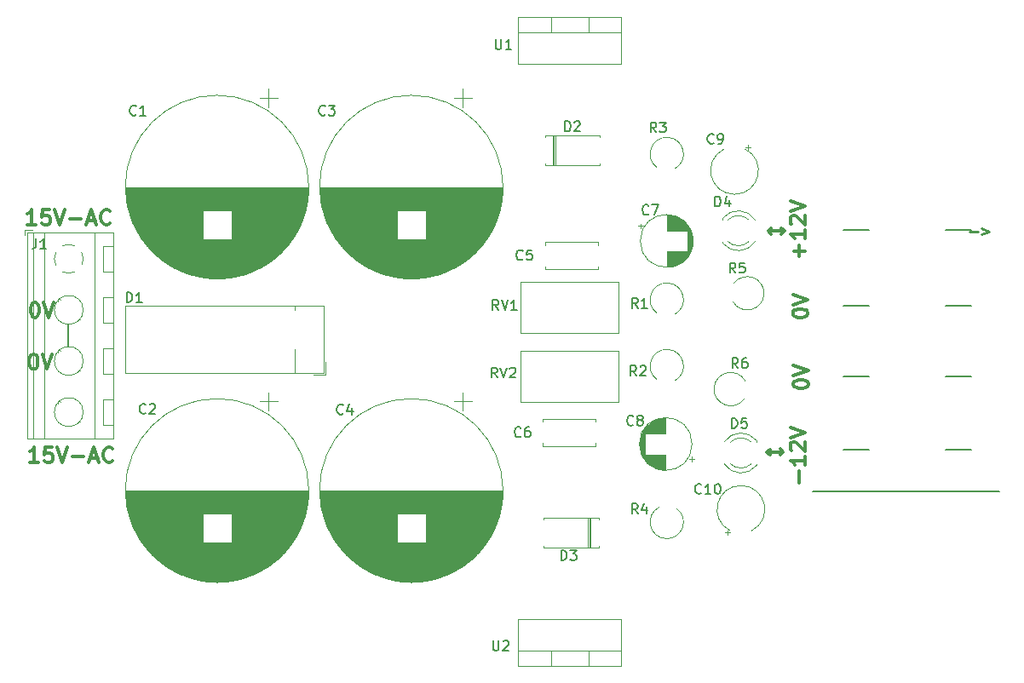
<source format=gbr>
G04 #@! TF.GenerationSoftware,KiCad,Pcbnew,(5.1.4-0-10_14)*
G04 #@! TF.CreationDate,2019-08-27T23:22:26+02:00*
G04 #@! TF.ProjectId,PSU-Matti-v02,5053552d-4d61-4747-9469-2d7630322e6b,v01*
G04 #@! TF.SameCoordinates,Original*
G04 #@! TF.FileFunction,Legend,Top*
G04 #@! TF.FilePolarity,Positive*
%FSLAX46Y46*%
G04 Gerber Fmt 4.6, Leading zero omitted, Abs format (unit mm)*
G04 Created by KiCad (PCBNEW (5.1.4-0-10_14)) date 2019-08-27 23:22:26*
%MOMM*%
%LPD*%
G04 APERTURE LIST*
%ADD10C,0.150000*%
%ADD11C,0.300000*%
%ADD12C,0.250000*%
%ADD13C,0.200000*%
%ADD14C,0.120000*%
G04 APERTURE END LIST*
D10*
X80200500Y-100251000D02*
X80200500Y-102410000D01*
D11*
X76692214Y-103239571D02*
X76835071Y-103239571D01*
X76977928Y-103311000D01*
X77049357Y-103382428D01*
X77120785Y-103525285D01*
X77192214Y-103811000D01*
X77192214Y-104168142D01*
X77120785Y-104453857D01*
X77049357Y-104596714D01*
X76977928Y-104668142D01*
X76835071Y-104739571D01*
X76692214Y-104739571D01*
X76549357Y-104668142D01*
X76477928Y-104596714D01*
X76406500Y-104453857D01*
X76335071Y-104168142D01*
X76335071Y-103811000D01*
X76406500Y-103525285D01*
X76477928Y-103382428D01*
X76549357Y-103311000D01*
X76692214Y-103239571D01*
X77620785Y-103239571D02*
X78120785Y-104739571D01*
X78620785Y-103239571D01*
X76819214Y-98096071D02*
X76962071Y-98096071D01*
X77104928Y-98167500D01*
X77176357Y-98238928D01*
X77247785Y-98381785D01*
X77319214Y-98667500D01*
X77319214Y-99024642D01*
X77247785Y-99310357D01*
X77176357Y-99453214D01*
X77104928Y-99524642D01*
X76962071Y-99596071D01*
X76819214Y-99596071D01*
X76676357Y-99524642D01*
X76604928Y-99453214D01*
X76533500Y-99310357D01*
X76462071Y-99024642D01*
X76462071Y-98667500D01*
X76533500Y-98381785D01*
X76604928Y-98238928D01*
X76676357Y-98167500D01*
X76819214Y-98096071D01*
X77747785Y-98096071D02*
X78247785Y-99596071D01*
X78747785Y-98096071D01*
X150812428Y-112994642D02*
X149669571Y-112994642D01*
X149955285Y-113280357D02*
X149669571Y-112994642D01*
X149955285Y-112708928D01*
X150114071Y-112970857D02*
X151256928Y-112970857D01*
X150971214Y-112685142D02*
X151256928Y-112970857D01*
X150971214Y-113256571D01*
X150241071Y-90999857D02*
X151383928Y-90999857D01*
X151098214Y-90714142D02*
X151383928Y-90999857D01*
X151098214Y-91285571D01*
X150939428Y-91023642D02*
X149796571Y-91023642D01*
X150082285Y-91309357D02*
X149796571Y-91023642D01*
X150082285Y-90737928D01*
D12*
X169767380Y-91099047D02*
X170624523Y-91099047D01*
X171005476Y-90765714D02*
X171767380Y-91051428D01*
X171005476Y-91337142D01*
D11*
X152213571Y-99250785D02*
X152213571Y-99107928D01*
X152285000Y-98965071D01*
X152356428Y-98893642D01*
X152499285Y-98822214D01*
X152785000Y-98750785D01*
X153142142Y-98750785D01*
X153427857Y-98822214D01*
X153570714Y-98893642D01*
X153642142Y-98965071D01*
X153713571Y-99107928D01*
X153713571Y-99250785D01*
X153642142Y-99393642D01*
X153570714Y-99465071D01*
X153427857Y-99536500D01*
X153142142Y-99607928D01*
X152785000Y-99607928D01*
X152499285Y-99536500D01*
X152356428Y-99465071D01*
X152285000Y-99393642D01*
X152213571Y-99250785D01*
X152213571Y-98322214D02*
X153713571Y-97822214D01*
X152213571Y-97322214D01*
X152277071Y-106299285D02*
X152277071Y-106156428D01*
X152348500Y-106013571D01*
X152419928Y-105942142D01*
X152562785Y-105870714D01*
X152848500Y-105799285D01*
X153205642Y-105799285D01*
X153491357Y-105870714D01*
X153634214Y-105942142D01*
X153705642Y-106013571D01*
X153777071Y-106156428D01*
X153777071Y-106299285D01*
X153705642Y-106442142D01*
X153634214Y-106513571D01*
X153491357Y-106585000D01*
X153205642Y-106656428D01*
X152848500Y-106656428D01*
X152562785Y-106585000D01*
X152419928Y-106513571D01*
X152348500Y-106442142D01*
X152277071Y-106299285D01*
X152277071Y-105370714D02*
X153777071Y-104870714D01*
X152277071Y-104370714D01*
X152888142Y-93559357D02*
X152888142Y-92416500D01*
X153459571Y-92987928D02*
X152316714Y-92987928D01*
X153459571Y-90916500D02*
X153459571Y-91773642D01*
X153459571Y-91345071D02*
X151959571Y-91345071D01*
X152173857Y-91487928D01*
X152316714Y-91630785D01*
X152388142Y-91773642D01*
X152102428Y-90345071D02*
X152031000Y-90273642D01*
X151959571Y-90130785D01*
X151959571Y-89773642D01*
X152031000Y-89630785D01*
X152102428Y-89559357D01*
X152245285Y-89487928D01*
X152388142Y-89487928D01*
X152602428Y-89559357D01*
X153459571Y-90416500D01*
X153459571Y-89487928D01*
X151959571Y-89059357D02*
X153459571Y-88559357D01*
X151959571Y-88059357D01*
X152888142Y-116038357D02*
X152888142Y-114895500D01*
X153459571Y-113395500D02*
X153459571Y-114252642D01*
X153459571Y-113824071D02*
X151959571Y-113824071D01*
X152173857Y-113966928D01*
X152316714Y-114109785D01*
X152388142Y-114252642D01*
X152102428Y-112824071D02*
X152031000Y-112752642D01*
X151959571Y-112609785D01*
X151959571Y-112252642D01*
X152031000Y-112109785D01*
X152102428Y-112038357D01*
X152245285Y-111966928D01*
X152388142Y-111966928D01*
X152602428Y-112038357D01*
X153459571Y-112895500D01*
X153459571Y-111966928D01*
X151959571Y-111538357D02*
X153459571Y-111038357D01*
X151959571Y-110538357D01*
D13*
X172720000Y-116888000D02*
X172466000Y-116888000D01*
X154178000Y-116888000D02*
X172720000Y-116888000D01*
D11*
X77268000Y-114010571D02*
X76410857Y-114010571D01*
X76839428Y-114010571D02*
X76839428Y-112510571D01*
X76696571Y-112724857D01*
X76553714Y-112867714D01*
X76410857Y-112939142D01*
X78625142Y-112510571D02*
X77910857Y-112510571D01*
X77839428Y-113224857D01*
X77910857Y-113153428D01*
X78053714Y-113082000D01*
X78410857Y-113082000D01*
X78553714Y-113153428D01*
X78625142Y-113224857D01*
X78696571Y-113367714D01*
X78696571Y-113724857D01*
X78625142Y-113867714D01*
X78553714Y-113939142D01*
X78410857Y-114010571D01*
X78053714Y-114010571D01*
X77910857Y-113939142D01*
X77839428Y-113867714D01*
X79125142Y-112510571D02*
X79625142Y-114010571D01*
X80125142Y-112510571D01*
X80625142Y-113439142D02*
X81768000Y-113439142D01*
X82410857Y-113582000D02*
X83125142Y-113582000D01*
X82268000Y-114010571D02*
X82768000Y-112510571D01*
X83268000Y-114010571D01*
X84625142Y-113867714D02*
X84553714Y-113939142D01*
X84339428Y-114010571D01*
X84196571Y-114010571D01*
X83982285Y-113939142D01*
X83839428Y-113796285D01*
X83768000Y-113653428D01*
X83696571Y-113367714D01*
X83696571Y-113153428D01*
X83768000Y-112867714D01*
X83839428Y-112724857D01*
X83982285Y-112582000D01*
X84196571Y-112510571D01*
X84339428Y-112510571D01*
X84553714Y-112582000D01*
X84625142Y-112653428D01*
X77014000Y-90388571D02*
X76156857Y-90388571D01*
X76585428Y-90388571D02*
X76585428Y-88888571D01*
X76442571Y-89102857D01*
X76299714Y-89245714D01*
X76156857Y-89317142D01*
X78371142Y-88888571D02*
X77656857Y-88888571D01*
X77585428Y-89602857D01*
X77656857Y-89531428D01*
X77799714Y-89460000D01*
X78156857Y-89460000D01*
X78299714Y-89531428D01*
X78371142Y-89602857D01*
X78442571Y-89745714D01*
X78442571Y-90102857D01*
X78371142Y-90245714D01*
X78299714Y-90317142D01*
X78156857Y-90388571D01*
X77799714Y-90388571D01*
X77656857Y-90317142D01*
X77585428Y-90245714D01*
X78871142Y-88888571D02*
X79371142Y-90388571D01*
X79871142Y-88888571D01*
X80371142Y-89817142D02*
X81514000Y-89817142D01*
X82156857Y-89960000D02*
X82871142Y-89960000D01*
X82014000Y-90388571D02*
X82514000Y-88888571D01*
X83014000Y-90388571D01*
X84371142Y-90245714D02*
X84299714Y-90317142D01*
X84085428Y-90388571D01*
X83942571Y-90388571D01*
X83728285Y-90317142D01*
X83585428Y-90174285D01*
X83514000Y-90031428D01*
X83442571Y-89745714D01*
X83442571Y-89531428D01*
X83514000Y-89245714D01*
X83585428Y-89102857D01*
X83728285Y-88960000D01*
X83942571Y-88888571D01*
X84085428Y-88888571D01*
X84299714Y-88960000D01*
X84371142Y-89031428D01*
D10*
X159766000Y-90916500D02*
X157226000Y-90916500D01*
D14*
X132130000Y-122470000D02*
X132130000Y-119530000D01*
X131890000Y-122470000D02*
X131890000Y-119530000D01*
X132010000Y-122470000D02*
X132010000Y-119530000D01*
X127470000Y-119530000D02*
X127470000Y-119660000D01*
X132910000Y-119530000D02*
X127470000Y-119530000D01*
X132910000Y-119660000D02*
X132910000Y-119530000D01*
X127470000Y-122470000D02*
X127470000Y-122340000D01*
X132910000Y-122470000D02*
X127470000Y-122470000D01*
X132910000Y-122340000D02*
X132910000Y-122470000D01*
X128362000Y-81530000D02*
X128362000Y-84470000D01*
X128602000Y-81530000D02*
X128602000Y-84470000D01*
X128482000Y-81530000D02*
X128482000Y-84470000D01*
X133022000Y-84470000D02*
X133022000Y-84340000D01*
X127582000Y-84470000D02*
X133022000Y-84470000D01*
X127582000Y-84340000D02*
X127582000Y-84470000D01*
X133022000Y-81530000D02*
X133022000Y-81660000D01*
X127582000Y-81530000D02*
X133022000Y-81530000D01*
X127582000Y-81660000D02*
X127582000Y-81530000D01*
X105578000Y-98436000D02*
X85878000Y-98436000D01*
X85878000Y-98436000D02*
X85878000Y-105136000D01*
X85878000Y-105136000D02*
X105578000Y-105136000D01*
X105578000Y-105136000D02*
X105578000Y-98436000D01*
X102728000Y-102786000D02*
X102728000Y-105136000D01*
X105778000Y-104036000D02*
X105778000Y-105336000D01*
X105778000Y-105336000D02*
X104578000Y-105336000D01*
X102728000Y-98836000D02*
X102728000Y-98436000D01*
X134933000Y-102928000D02*
X134933000Y-107998000D01*
X125163000Y-102928000D02*
X125163000Y-107998000D01*
X125163000Y-107998000D02*
X134933000Y-107998000D01*
X125163000Y-102928000D02*
X134933000Y-102928000D01*
D10*
X169926000Y-98409500D02*
X167386000Y-98409500D01*
X159766000Y-98409500D02*
X157226000Y-98409500D01*
X169989500Y-105458000D02*
X167449500Y-105458000D01*
X169926000Y-112760500D02*
X167386000Y-112760500D01*
X159829500Y-105458000D02*
X157289500Y-105458000D01*
X159766000Y-112760500D02*
X157226000Y-112760500D01*
X169926000Y-90916500D02*
X167386000Y-90916500D01*
D14*
X75914000Y-90934000D02*
X75914000Y-91434000D01*
X76654000Y-90934000D02*
X75914000Y-90934000D01*
X84664000Y-110264000D02*
X83664000Y-110264000D01*
X84664000Y-107764000D02*
X83664000Y-107764000D01*
X83664000Y-107764000D02*
X83664000Y-110264000D01*
X84664000Y-107764000D02*
X84664000Y-110264000D01*
X79414000Y-107990000D02*
X79354000Y-107930000D01*
X81349000Y-109925000D02*
X81309000Y-109885000D01*
X79219000Y-108144000D02*
X79179000Y-108104000D01*
X81174000Y-110099000D02*
X81115000Y-110039000D01*
X84664000Y-105184000D02*
X83664000Y-105184000D01*
X84664000Y-102684000D02*
X83664000Y-102684000D01*
X83664000Y-102684000D02*
X83664000Y-105184000D01*
X84664000Y-102684000D02*
X84664000Y-105184000D01*
X79414000Y-102910000D02*
X79354000Y-102850000D01*
X81349000Y-104845000D02*
X81309000Y-104805000D01*
X79219000Y-103064000D02*
X79179000Y-103024000D01*
X81174000Y-105019000D02*
X81115000Y-104959000D01*
X84664000Y-100104000D02*
X83664000Y-100104000D01*
X84664000Y-97604000D02*
X83664000Y-97604000D01*
X83664000Y-97604000D02*
X83664000Y-100104000D01*
X84664000Y-97604000D02*
X84664000Y-100104000D01*
X79414000Y-97830000D02*
X79354000Y-97770000D01*
X81349000Y-99765000D02*
X81309000Y-99725000D01*
X79219000Y-97984000D02*
X79179000Y-97944000D01*
X81174000Y-99939000D02*
X81115000Y-99879000D01*
X84664000Y-95024000D02*
X83664000Y-95024000D01*
X84664000Y-92524000D02*
X83664000Y-92524000D01*
X83664000Y-92524000D02*
X83664000Y-95024000D01*
X84664000Y-92524000D02*
X84664000Y-95024000D01*
X84724000Y-111614000D02*
X76154000Y-111614000D01*
X84724000Y-91174000D02*
X76154000Y-91174000D01*
X76154000Y-91174000D02*
X76154000Y-111614000D01*
X84724000Y-91174000D02*
X84724000Y-111614000D01*
X82814000Y-91174000D02*
X82814000Y-111614000D01*
X77814000Y-91174000D02*
X77814000Y-111614000D01*
X76714000Y-91174000D02*
X76714000Y-111614000D01*
X81694000Y-109014000D02*
G75*
G03X81694000Y-109014000I-1430000J0D01*
G01*
X81694000Y-103934000D02*
G75*
G03X81694000Y-103934000I-1430000J0D01*
G01*
X81694000Y-98854000D02*
G75*
G03X81694000Y-98854000I-1430000J0D01*
G01*
X78833060Y-93798280D02*
G75*
G02X78978000Y-93146000I1430940J24280D01*
G01*
X79637254Y-92487389D02*
G75*
G02X80892000Y-92488000I626746J-1286611D01*
G01*
X81549824Y-93146638D02*
G75*
G02X81550000Y-94401000I-1285824J-627362D01*
G01*
X80891362Y-95059824D02*
G75*
G02X79637000Y-95060000I-627362J1285824D01*
G01*
X78978725Y-94400871D02*
G75*
G02X78834000Y-93774000I1285275J626871D01*
G01*
X146356225Y-96231620D02*
G75*
G02X146247728Y-98003000I1344775J-971380D01*
G01*
X138728620Y-99182775D02*
G75*
G02X140500000Y-99291272I971380J1344775D01*
G01*
X138728620Y-105786775D02*
G75*
G02X140500000Y-105895272I971380J1344775D01*
G01*
X147394775Y-107699380D02*
G75*
G02X147503272Y-105928000I-1344775J971380D01*
G01*
X138728620Y-84704775D02*
G75*
G02X140500000Y-84813272I971380J1344775D01*
G01*
X140671380Y-118591225D02*
G75*
G02X138900000Y-118482728I-971380J-1344775D01*
G01*
X104116000Y-86634000D02*
G75*
G03X104116000Y-86634000I-9120000J0D01*
G01*
X104077000Y-86634000D02*
X85915000Y-86634000D01*
X104076000Y-86674000D02*
X85916000Y-86674000D01*
X104076000Y-86714000D02*
X85916000Y-86714000D01*
X104076000Y-86754000D02*
X85916000Y-86754000D01*
X104075000Y-86794000D02*
X85917000Y-86794000D01*
X104074000Y-86834000D02*
X85918000Y-86834000D01*
X104073000Y-86874000D02*
X85919000Y-86874000D01*
X104072000Y-86914000D02*
X85920000Y-86914000D01*
X104071000Y-86954000D02*
X85921000Y-86954000D01*
X104069000Y-86994000D02*
X85923000Y-86994000D01*
X104068000Y-87034000D02*
X85924000Y-87034000D01*
X104066000Y-87074000D02*
X85926000Y-87074000D01*
X104064000Y-87114000D02*
X85928000Y-87114000D01*
X104062000Y-87154000D02*
X85930000Y-87154000D01*
X104059000Y-87194000D02*
X85933000Y-87194000D01*
X104057000Y-87234000D02*
X85935000Y-87234000D01*
X104054000Y-87274000D02*
X85938000Y-87274000D01*
X104051000Y-87314000D02*
X85941000Y-87314000D01*
X104048000Y-87355000D02*
X85944000Y-87355000D01*
X104045000Y-87395000D02*
X85947000Y-87395000D01*
X104041000Y-87435000D02*
X85951000Y-87435000D01*
X104038000Y-87475000D02*
X85954000Y-87475000D01*
X104034000Y-87515000D02*
X85958000Y-87515000D01*
X104030000Y-87555000D02*
X85962000Y-87555000D01*
X104026000Y-87595000D02*
X85966000Y-87595000D01*
X104022000Y-87635000D02*
X85970000Y-87635000D01*
X104017000Y-87675000D02*
X85975000Y-87675000D01*
X104012000Y-87715000D02*
X85980000Y-87715000D01*
X104007000Y-87755000D02*
X85985000Y-87755000D01*
X104002000Y-87795000D02*
X85990000Y-87795000D01*
X103997000Y-87835000D02*
X85995000Y-87835000D01*
X103992000Y-87875000D02*
X86000000Y-87875000D01*
X103986000Y-87915000D02*
X86006000Y-87915000D01*
X103980000Y-87955000D02*
X86012000Y-87955000D01*
X103975000Y-87995000D02*
X86017000Y-87995000D01*
X103968000Y-88035000D02*
X86024000Y-88035000D01*
X103962000Y-88075000D02*
X86030000Y-88075000D01*
X103956000Y-88115000D02*
X86036000Y-88115000D01*
X103949000Y-88155000D02*
X86043000Y-88155000D01*
X103942000Y-88195000D02*
X86050000Y-88195000D01*
X103935000Y-88235000D02*
X86057000Y-88235000D01*
X103928000Y-88275000D02*
X86064000Y-88275000D01*
X103920000Y-88315000D02*
X86072000Y-88315000D01*
X103913000Y-88355000D02*
X86079000Y-88355000D01*
X103905000Y-88395000D02*
X86087000Y-88395000D01*
X103897000Y-88435000D02*
X86095000Y-88435000D01*
X103889000Y-88475000D02*
X86103000Y-88475000D01*
X103881000Y-88515000D02*
X86111000Y-88515000D01*
X103872000Y-88555000D02*
X86120000Y-88555000D01*
X103863000Y-88595000D02*
X86129000Y-88595000D01*
X103854000Y-88635000D02*
X86138000Y-88635000D01*
X103845000Y-88675000D02*
X86147000Y-88675000D01*
X103836000Y-88715000D02*
X86156000Y-88715000D01*
X103827000Y-88755000D02*
X86165000Y-88755000D01*
X103817000Y-88795000D02*
X86175000Y-88795000D01*
X103807000Y-88835000D02*
X86185000Y-88835000D01*
X103797000Y-88875000D02*
X86195000Y-88875000D01*
X103787000Y-88915000D02*
X86205000Y-88915000D01*
X103776000Y-88955000D02*
X96436000Y-88955000D01*
X93556000Y-88955000D02*
X86216000Y-88955000D01*
X103766000Y-88995000D02*
X96436000Y-88995000D01*
X93556000Y-88995000D02*
X86226000Y-88995000D01*
X103755000Y-89035000D02*
X96436000Y-89035000D01*
X93556000Y-89035000D02*
X86237000Y-89035000D01*
X103744000Y-89075000D02*
X96436000Y-89075000D01*
X93556000Y-89075000D02*
X86248000Y-89075000D01*
X103733000Y-89115000D02*
X96436000Y-89115000D01*
X93556000Y-89115000D02*
X86259000Y-89115000D01*
X103721000Y-89155000D02*
X96436000Y-89155000D01*
X93556000Y-89155000D02*
X86271000Y-89155000D01*
X103710000Y-89195000D02*
X96436000Y-89195000D01*
X93556000Y-89195000D02*
X86282000Y-89195000D01*
X103698000Y-89235000D02*
X96436000Y-89235000D01*
X93556000Y-89235000D02*
X86294000Y-89235000D01*
X103686000Y-89275000D02*
X96436000Y-89275000D01*
X93556000Y-89275000D02*
X86306000Y-89275000D01*
X103674000Y-89315000D02*
X96436000Y-89315000D01*
X93556000Y-89315000D02*
X86318000Y-89315000D01*
X103661000Y-89355000D02*
X96436000Y-89355000D01*
X93556000Y-89355000D02*
X86331000Y-89355000D01*
X103649000Y-89395000D02*
X96436000Y-89395000D01*
X93556000Y-89395000D02*
X86343000Y-89395000D01*
X103636000Y-89435000D02*
X96436000Y-89435000D01*
X93556000Y-89435000D02*
X86356000Y-89435000D01*
X103623000Y-89475000D02*
X96436000Y-89475000D01*
X93556000Y-89475000D02*
X86369000Y-89475000D01*
X103610000Y-89515000D02*
X96436000Y-89515000D01*
X93556000Y-89515000D02*
X86382000Y-89515000D01*
X103596000Y-89555000D02*
X96436000Y-89555000D01*
X93556000Y-89555000D02*
X86396000Y-89555000D01*
X103583000Y-89595000D02*
X96436000Y-89595000D01*
X93556000Y-89595000D02*
X86409000Y-89595000D01*
X103569000Y-89635000D02*
X96436000Y-89635000D01*
X93556000Y-89635000D02*
X86423000Y-89635000D01*
X103555000Y-89675000D02*
X96436000Y-89675000D01*
X93556000Y-89675000D02*
X86437000Y-89675000D01*
X103541000Y-89715000D02*
X96436000Y-89715000D01*
X93556000Y-89715000D02*
X86451000Y-89715000D01*
X103526000Y-89755000D02*
X96436000Y-89755000D01*
X93556000Y-89755000D02*
X86466000Y-89755000D01*
X103512000Y-89795000D02*
X96436000Y-89795000D01*
X93556000Y-89795000D02*
X86480000Y-89795000D01*
X103497000Y-89835000D02*
X96436000Y-89835000D01*
X93556000Y-89835000D02*
X86495000Y-89835000D01*
X103482000Y-89875000D02*
X96436000Y-89875000D01*
X93556000Y-89875000D02*
X86510000Y-89875000D01*
X103466000Y-89915000D02*
X96436000Y-89915000D01*
X93556000Y-89915000D02*
X86526000Y-89915000D01*
X103451000Y-89955000D02*
X96436000Y-89955000D01*
X93556000Y-89955000D02*
X86541000Y-89955000D01*
X103435000Y-89995000D02*
X96436000Y-89995000D01*
X93556000Y-89995000D02*
X86557000Y-89995000D01*
X103419000Y-90035000D02*
X96436000Y-90035000D01*
X93556000Y-90035000D02*
X86573000Y-90035000D01*
X103403000Y-90075000D02*
X96436000Y-90075000D01*
X93556000Y-90075000D02*
X86589000Y-90075000D01*
X103386000Y-90115000D02*
X96436000Y-90115000D01*
X93556000Y-90115000D02*
X86606000Y-90115000D01*
X103370000Y-90155000D02*
X96436000Y-90155000D01*
X93556000Y-90155000D02*
X86622000Y-90155000D01*
X103353000Y-90195000D02*
X96436000Y-90195000D01*
X93556000Y-90195000D02*
X86639000Y-90195000D01*
X103336000Y-90235000D02*
X96436000Y-90235000D01*
X93556000Y-90235000D02*
X86656000Y-90235000D01*
X103319000Y-90275000D02*
X96436000Y-90275000D01*
X93556000Y-90275000D02*
X86673000Y-90275000D01*
X103301000Y-90315000D02*
X96436000Y-90315000D01*
X93556000Y-90315000D02*
X86691000Y-90315000D01*
X103283000Y-90355000D02*
X96436000Y-90355000D01*
X93556000Y-90355000D02*
X86709000Y-90355000D01*
X103265000Y-90395000D02*
X96436000Y-90395000D01*
X93556000Y-90395000D02*
X86727000Y-90395000D01*
X103247000Y-90435000D02*
X96436000Y-90435000D01*
X93556000Y-90435000D02*
X86745000Y-90435000D01*
X103229000Y-90475000D02*
X96436000Y-90475000D01*
X93556000Y-90475000D02*
X86763000Y-90475000D01*
X103210000Y-90515000D02*
X96436000Y-90515000D01*
X93556000Y-90515000D02*
X86782000Y-90515000D01*
X103191000Y-90555000D02*
X96436000Y-90555000D01*
X93556000Y-90555000D02*
X86801000Y-90555000D01*
X103172000Y-90595000D02*
X96436000Y-90595000D01*
X93556000Y-90595000D02*
X86820000Y-90595000D01*
X103152000Y-90635000D02*
X96436000Y-90635000D01*
X93556000Y-90635000D02*
X86840000Y-90635000D01*
X103133000Y-90675000D02*
X96436000Y-90675000D01*
X93556000Y-90675000D02*
X86859000Y-90675000D01*
X103113000Y-90715000D02*
X96436000Y-90715000D01*
X93556000Y-90715000D02*
X86879000Y-90715000D01*
X103093000Y-90755000D02*
X96436000Y-90755000D01*
X93556000Y-90755000D02*
X86899000Y-90755000D01*
X103072000Y-90795000D02*
X96436000Y-90795000D01*
X93556000Y-90795000D02*
X86920000Y-90795000D01*
X103052000Y-90835000D02*
X96436000Y-90835000D01*
X93556000Y-90835000D02*
X86940000Y-90835000D01*
X103031000Y-90875000D02*
X96436000Y-90875000D01*
X93556000Y-90875000D02*
X86961000Y-90875000D01*
X103010000Y-90915000D02*
X96436000Y-90915000D01*
X93556000Y-90915000D02*
X86982000Y-90915000D01*
X102988000Y-90955000D02*
X96436000Y-90955000D01*
X93556000Y-90955000D02*
X87004000Y-90955000D01*
X102967000Y-90995000D02*
X96436000Y-90995000D01*
X93556000Y-90995000D02*
X87025000Y-90995000D01*
X102945000Y-91035000D02*
X96436000Y-91035000D01*
X93556000Y-91035000D02*
X87047000Y-91035000D01*
X102923000Y-91075000D02*
X96436000Y-91075000D01*
X93556000Y-91075000D02*
X87069000Y-91075000D01*
X102900000Y-91115000D02*
X96436000Y-91115000D01*
X93556000Y-91115000D02*
X87092000Y-91115000D01*
X102878000Y-91155000D02*
X96436000Y-91155000D01*
X93556000Y-91155000D02*
X87114000Y-91155000D01*
X102855000Y-91195000D02*
X96436000Y-91195000D01*
X93556000Y-91195000D02*
X87137000Y-91195000D01*
X102831000Y-91235000D02*
X96436000Y-91235000D01*
X93556000Y-91235000D02*
X87161000Y-91235000D01*
X102808000Y-91275000D02*
X96436000Y-91275000D01*
X93556000Y-91275000D02*
X87184000Y-91275000D01*
X102784000Y-91315000D02*
X96436000Y-91315000D01*
X93556000Y-91315000D02*
X87208000Y-91315000D01*
X102760000Y-91355000D02*
X96436000Y-91355000D01*
X93556000Y-91355000D02*
X87232000Y-91355000D01*
X102736000Y-91395000D02*
X96436000Y-91395000D01*
X93556000Y-91395000D02*
X87256000Y-91395000D01*
X102711000Y-91435000D02*
X96436000Y-91435000D01*
X93556000Y-91435000D02*
X87281000Y-91435000D01*
X102686000Y-91475000D02*
X96436000Y-91475000D01*
X93556000Y-91475000D02*
X87306000Y-91475000D01*
X102661000Y-91515000D02*
X96436000Y-91515000D01*
X93556000Y-91515000D02*
X87331000Y-91515000D01*
X102636000Y-91555000D02*
X96436000Y-91555000D01*
X93556000Y-91555000D02*
X87356000Y-91555000D01*
X102610000Y-91595000D02*
X96436000Y-91595000D01*
X93556000Y-91595000D02*
X87382000Y-91595000D01*
X102584000Y-91635000D02*
X96436000Y-91635000D01*
X93556000Y-91635000D02*
X87408000Y-91635000D01*
X102557000Y-91675000D02*
X96436000Y-91675000D01*
X93556000Y-91675000D02*
X87435000Y-91675000D01*
X102531000Y-91715000D02*
X96436000Y-91715000D01*
X93556000Y-91715000D02*
X87461000Y-91715000D01*
X102504000Y-91755000D02*
X96436000Y-91755000D01*
X93556000Y-91755000D02*
X87488000Y-91755000D01*
X102476000Y-91795000D02*
X96436000Y-91795000D01*
X93556000Y-91795000D02*
X87516000Y-91795000D01*
X102449000Y-91835000D02*
X87543000Y-91835000D01*
X102421000Y-91875000D02*
X87571000Y-91875000D01*
X102393000Y-91915000D02*
X87599000Y-91915000D01*
X102364000Y-91955000D02*
X87628000Y-91955000D01*
X102335000Y-91995000D02*
X87657000Y-91995000D01*
X102306000Y-92035000D02*
X87686000Y-92035000D01*
X102276000Y-92075000D02*
X87716000Y-92075000D01*
X102246000Y-92115000D02*
X87746000Y-92115000D01*
X102216000Y-92155000D02*
X87776000Y-92155000D01*
X102186000Y-92195000D02*
X87806000Y-92195000D01*
X102155000Y-92235000D02*
X87837000Y-92235000D01*
X102123000Y-92275000D02*
X87869000Y-92275000D01*
X102092000Y-92315000D02*
X87900000Y-92315000D01*
X102060000Y-92355000D02*
X87932000Y-92355000D01*
X102027000Y-92395000D02*
X87965000Y-92395000D01*
X101995000Y-92435000D02*
X87997000Y-92435000D01*
X101961000Y-92475000D02*
X88031000Y-92475000D01*
X101928000Y-92515000D02*
X88064000Y-92515000D01*
X101894000Y-92555000D02*
X88098000Y-92555000D01*
X101860000Y-92595000D02*
X88132000Y-92595000D01*
X101825000Y-92635000D02*
X88167000Y-92635000D01*
X101790000Y-92675000D02*
X88202000Y-92675000D01*
X101754000Y-92715000D02*
X88238000Y-92715000D01*
X101718000Y-92755000D02*
X88274000Y-92755000D01*
X101682000Y-92795000D02*
X88310000Y-92795000D01*
X101645000Y-92835000D02*
X88347000Y-92835000D01*
X101608000Y-92875000D02*
X88384000Y-92875000D01*
X101570000Y-92915000D02*
X88422000Y-92915000D01*
X101532000Y-92955000D02*
X88460000Y-92955000D01*
X101493000Y-92995000D02*
X88499000Y-92995000D01*
X101454000Y-93035000D02*
X88538000Y-93035000D01*
X101414000Y-93075000D02*
X88578000Y-93075000D01*
X101374000Y-93115000D02*
X88618000Y-93115000D01*
X101333000Y-93155000D02*
X88659000Y-93155000D01*
X101292000Y-93195000D02*
X88700000Y-93195000D01*
X101250000Y-93235000D02*
X88742000Y-93235000D01*
X101208000Y-93275000D02*
X88784000Y-93275000D01*
X101166000Y-93315000D02*
X88826000Y-93315000D01*
X101122000Y-93355000D02*
X88870000Y-93355000D01*
X101078000Y-93395000D02*
X88914000Y-93395000D01*
X101034000Y-93435000D02*
X88958000Y-93435000D01*
X100989000Y-93475000D02*
X89003000Y-93475000D01*
X100943000Y-93515000D02*
X89049000Y-93515000D01*
X100897000Y-93555000D02*
X89095000Y-93555000D01*
X100850000Y-93595000D02*
X89142000Y-93595000D01*
X100802000Y-93635000D02*
X89190000Y-93635000D01*
X100754000Y-93675000D02*
X89238000Y-93675000D01*
X100705000Y-93715000D02*
X89287000Y-93715000D01*
X100656000Y-93755000D02*
X89336000Y-93755000D01*
X100605000Y-93795000D02*
X89387000Y-93795000D01*
X100554000Y-93835000D02*
X89438000Y-93835000D01*
X100502000Y-93875000D02*
X89490000Y-93875000D01*
X100450000Y-93915000D02*
X89542000Y-93915000D01*
X100396000Y-93955000D02*
X89596000Y-93955000D01*
X100342000Y-93995000D02*
X89650000Y-93995000D01*
X100287000Y-94035000D02*
X89705000Y-94035000D01*
X100231000Y-94075000D02*
X89761000Y-94075000D01*
X100174000Y-94115000D02*
X89818000Y-94115000D01*
X100116000Y-94155000D02*
X89876000Y-94155000D01*
X100058000Y-94195000D02*
X89934000Y-94195000D01*
X99998000Y-94235000D02*
X89994000Y-94235000D01*
X99937000Y-94275000D02*
X90055000Y-94275000D01*
X99875000Y-94315000D02*
X90117000Y-94315000D01*
X99812000Y-94355000D02*
X90180000Y-94355000D01*
X99748000Y-94395000D02*
X90244000Y-94395000D01*
X99682000Y-94435000D02*
X90310000Y-94435000D01*
X99616000Y-94475000D02*
X90376000Y-94475000D01*
X99548000Y-94515000D02*
X90444000Y-94515000D01*
X99478000Y-94555000D02*
X90514000Y-94555000D01*
X99408000Y-94595000D02*
X90584000Y-94595000D01*
X99335000Y-94635000D02*
X90657000Y-94635000D01*
X99261000Y-94675000D02*
X90731000Y-94675000D01*
X99186000Y-94715000D02*
X90806000Y-94715000D01*
X99109000Y-94755000D02*
X90883000Y-94755000D01*
X99029000Y-94795000D02*
X90963000Y-94795000D01*
X98948000Y-94834000D02*
X91044000Y-94834000D01*
X98865000Y-94874000D02*
X91127000Y-94874000D01*
X98780000Y-94914000D02*
X91212000Y-94914000D01*
X98692000Y-94954000D02*
X91300000Y-94954000D01*
X98601000Y-94994000D02*
X91391000Y-94994000D01*
X98508000Y-95034000D02*
X91484000Y-95034000D01*
X98412000Y-95074000D02*
X91580000Y-95074000D01*
X98313000Y-95114000D02*
X91679000Y-95114000D01*
X98210000Y-95154000D02*
X91782000Y-95154000D01*
X98103000Y-95194000D02*
X91889000Y-95194000D01*
X97992000Y-95234000D02*
X92000000Y-95234000D01*
X97876000Y-95274000D02*
X92116000Y-95274000D01*
X97755000Y-95314000D02*
X92237000Y-95314000D01*
X97628000Y-95354000D02*
X92364000Y-95354000D01*
X97494000Y-95394000D02*
X92498000Y-95394000D01*
X97351000Y-95434000D02*
X92641000Y-95434000D01*
X97199000Y-95474000D02*
X92793000Y-95474000D01*
X97035000Y-95514000D02*
X92957000Y-95514000D01*
X96856000Y-95554000D02*
X93136000Y-95554000D01*
X96657000Y-95594000D02*
X93335000Y-95594000D01*
X96431000Y-95634000D02*
X93561000Y-95634000D01*
X96162000Y-95674000D02*
X93830000Y-95674000D01*
X95810000Y-95714000D02*
X94182000Y-95714000D01*
X95036000Y-95754000D02*
X94956000Y-95754000D01*
X100111000Y-76874560D02*
X100111000Y-78674560D01*
X101011000Y-77774560D02*
X99211000Y-77774560D01*
X104116000Y-116796000D02*
G75*
G03X104116000Y-116796000I-9120000J0D01*
G01*
X104077000Y-116796000D02*
X85915000Y-116796000D01*
X104076000Y-116836000D02*
X85916000Y-116836000D01*
X104076000Y-116876000D02*
X85916000Y-116876000D01*
X104076000Y-116916000D02*
X85916000Y-116916000D01*
X104075000Y-116956000D02*
X85917000Y-116956000D01*
X104074000Y-116996000D02*
X85918000Y-116996000D01*
X104073000Y-117036000D02*
X85919000Y-117036000D01*
X104072000Y-117076000D02*
X85920000Y-117076000D01*
X104071000Y-117116000D02*
X85921000Y-117116000D01*
X104069000Y-117156000D02*
X85923000Y-117156000D01*
X104068000Y-117196000D02*
X85924000Y-117196000D01*
X104066000Y-117236000D02*
X85926000Y-117236000D01*
X104064000Y-117276000D02*
X85928000Y-117276000D01*
X104062000Y-117316000D02*
X85930000Y-117316000D01*
X104059000Y-117356000D02*
X85933000Y-117356000D01*
X104057000Y-117396000D02*
X85935000Y-117396000D01*
X104054000Y-117436000D02*
X85938000Y-117436000D01*
X104051000Y-117476000D02*
X85941000Y-117476000D01*
X104048000Y-117517000D02*
X85944000Y-117517000D01*
X104045000Y-117557000D02*
X85947000Y-117557000D01*
X104041000Y-117597000D02*
X85951000Y-117597000D01*
X104038000Y-117637000D02*
X85954000Y-117637000D01*
X104034000Y-117677000D02*
X85958000Y-117677000D01*
X104030000Y-117717000D02*
X85962000Y-117717000D01*
X104026000Y-117757000D02*
X85966000Y-117757000D01*
X104022000Y-117797000D02*
X85970000Y-117797000D01*
X104017000Y-117837000D02*
X85975000Y-117837000D01*
X104012000Y-117877000D02*
X85980000Y-117877000D01*
X104007000Y-117917000D02*
X85985000Y-117917000D01*
X104002000Y-117957000D02*
X85990000Y-117957000D01*
X103997000Y-117997000D02*
X85995000Y-117997000D01*
X103992000Y-118037000D02*
X86000000Y-118037000D01*
X103986000Y-118077000D02*
X86006000Y-118077000D01*
X103980000Y-118117000D02*
X86012000Y-118117000D01*
X103975000Y-118157000D02*
X86017000Y-118157000D01*
X103968000Y-118197000D02*
X86024000Y-118197000D01*
X103962000Y-118237000D02*
X86030000Y-118237000D01*
X103956000Y-118277000D02*
X86036000Y-118277000D01*
X103949000Y-118317000D02*
X86043000Y-118317000D01*
X103942000Y-118357000D02*
X86050000Y-118357000D01*
X103935000Y-118397000D02*
X86057000Y-118397000D01*
X103928000Y-118437000D02*
X86064000Y-118437000D01*
X103920000Y-118477000D02*
X86072000Y-118477000D01*
X103913000Y-118517000D02*
X86079000Y-118517000D01*
X103905000Y-118557000D02*
X86087000Y-118557000D01*
X103897000Y-118597000D02*
X86095000Y-118597000D01*
X103889000Y-118637000D02*
X86103000Y-118637000D01*
X103881000Y-118677000D02*
X86111000Y-118677000D01*
X103872000Y-118717000D02*
X86120000Y-118717000D01*
X103863000Y-118757000D02*
X86129000Y-118757000D01*
X103854000Y-118797000D02*
X86138000Y-118797000D01*
X103845000Y-118837000D02*
X86147000Y-118837000D01*
X103836000Y-118877000D02*
X86156000Y-118877000D01*
X103827000Y-118917000D02*
X86165000Y-118917000D01*
X103817000Y-118957000D02*
X86175000Y-118957000D01*
X103807000Y-118997000D02*
X86185000Y-118997000D01*
X103797000Y-119037000D02*
X86195000Y-119037000D01*
X103787000Y-119077000D02*
X86205000Y-119077000D01*
X103776000Y-119117000D02*
X96436000Y-119117000D01*
X93556000Y-119117000D02*
X86216000Y-119117000D01*
X103766000Y-119157000D02*
X96436000Y-119157000D01*
X93556000Y-119157000D02*
X86226000Y-119157000D01*
X103755000Y-119197000D02*
X96436000Y-119197000D01*
X93556000Y-119197000D02*
X86237000Y-119197000D01*
X103744000Y-119237000D02*
X96436000Y-119237000D01*
X93556000Y-119237000D02*
X86248000Y-119237000D01*
X103733000Y-119277000D02*
X96436000Y-119277000D01*
X93556000Y-119277000D02*
X86259000Y-119277000D01*
X103721000Y-119317000D02*
X96436000Y-119317000D01*
X93556000Y-119317000D02*
X86271000Y-119317000D01*
X103710000Y-119357000D02*
X96436000Y-119357000D01*
X93556000Y-119357000D02*
X86282000Y-119357000D01*
X103698000Y-119397000D02*
X96436000Y-119397000D01*
X93556000Y-119397000D02*
X86294000Y-119397000D01*
X103686000Y-119437000D02*
X96436000Y-119437000D01*
X93556000Y-119437000D02*
X86306000Y-119437000D01*
X103674000Y-119477000D02*
X96436000Y-119477000D01*
X93556000Y-119477000D02*
X86318000Y-119477000D01*
X103661000Y-119517000D02*
X96436000Y-119517000D01*
X93556000Y-119517000D02*
X86331000Y-119517000D01*
X103649000Y-119557000D02*
X96436000Y-119557000D01*
X93556000Y-119557000D02*
X86343000Y-119557000D01*
X103636000Y-119597000D02*
X96436000Y-119597000D01*
X93556000Y-119597000D02*
X86356000Y-119597000D01*
X103623000Y-119637000D02*
X96436000Y-119637000D01*
X93556000Y-119637000D02*
X86369000Y-119637000D01*
X103610000Y-119677000D02*
X96436000Y-119677000D01*
X93556000Y-119677000D02*
X86382000Y-119677000D01*
X103596000Y-119717000D02*
X96436000Y-119717000D01*
X93556000Y-119717000D02*
X86396000Y-119717000D01*
X103583000Y-119757000D02*
X96436000Y-119757000D01*
X93556000Y-119757000D02*
X86409000Y-119757000D01*
X103569000Y-119797000D02*
X96436000Y-119797000D01*
X93556000Y-119797000D02*
X86423000Y-119797000D01*
X103555000Y-119837000D02*
X96436000Y-119837000D01*
X93556000Y-119837000D02*
X86437000Y-119837000D01*
X103541000Y-119877000D02*
X96436000Y-119877000D01*
X93556000Y-119877000D02*
X86451000Y-119877000D01*
X103526000Y-119917000D02*
X96436000Y-119917000D01*
X93556000Y-119917000D02*
X86466000Y-119917000D01*
X103512000Y-119957000D02*
X96436000Y-119957000D01*
X93556000Y-119957000D02*
X86480000Y-119957000D01*
X103497000Y-119997000D02*
X96436000Y-119997000D01*
X93556000Y-119997000D02*
X86495000Y-119997000D01*
X103482000Y-120037000D02*
X96436000Y-120037000D01*
X93556000Y-120037000D02*
X86510000Y-120037000D01*
X103466000Y-120077000D02*
X96436000Y-120077000D01*
X93556000Y-120077000D02*
X86526000Y-120077000D01*
X103451000Y-120117000D02*
X96436000Y-120117000D01*
X93556000Y-120117000D02*
X86541000Y-120117000D01*
X103435000Y-120157000D02*
X96436000Y-120157000D01*
X93556000Y-120157000D02*
X86557000Y-120157000D01*
X103419000Y-120197000D02*
X96436000Y-120197000D01*
X93556000Y-120197000D02*
X86573000Y-120197000D01*
X103403000Y-120237000D02*
X96436000Y-120237000D01*
X93556000Y-120237000D02*
X86589000Y-120237000D01*
X103386000Y-120277000D02*
X96436000Y-120277000D01*
X93556000Y-120277000D02*
X86606000Y-120277000D01*
X103370000Y-120317000D02*
X96436000Y-120317000D01*
X93556000Y-120317000D02*
X86622000Y-120317000D01*
X103353000Y-120357000D02*
X96436000Y-120357000D01*
X93556000Y-120357000D02*
X86639000Y-120357000D01*
X103336000Y-120397000D02*
X96436000Y-120397000D01*
X93556000Y-120397000D02*
X86656000Y-120397000D01*
X103319000Y-120437000D02*
X96436000Y-120437000D01*
X93556000Y-120437000D02*
X86673000Y-120437000D01*
X103301000Y-120477000D02*
X96436000Y-120477000D01*
X93556000Y-120477000D02*
X86691000Y-120477000D01*
X103283000Y-120517000D02*
X96436000Y-120517000D01*
X93556000Y-120517000D02*
X86709000Y-120517000D01*
X103265000Y-120557000D02*
X96436000Y-120557000D01*
X93556000Y-120557000D02*
X86727000Y-120557000D01*
X103247000Y-120597000D02*
X96436000Y-120597000D01*
X93556000Y-120597000D02*
X86745000Y-120597000D01*
X103229000Y-120637000D02*
X96436000Y-120637000D01*
X93556000Y-120637000D02*
X86763000Y-120637000D01*
X103210000Y-120677000D02*
X96436000Y-120677000D01*
X93556000Y-120677000D02*
X86782000Y-120677000D01*
X103191000Y-120717000D02*
X96436000Y-120717000D01*
X93556000Y-120717000D02*
X86801000Y-120717000D01*
X103172000Y-120757000D02*
X96436000Y-120757000D01*
X93556000Y-120757000D02*
X86820000Y-120757000D01*
X103152000Y-120797000D02*
X96436000Y-120797000D01*
X93556000Y-120797000D02*
X86840000Y-120797000D01*
X103133000Y-120837000D02*
X96436000Y-120837000D01*
X93556000Y-120837000D02*
X86859000Y-120837000D01*
X103113000Y-120877000D02*
X96436000Y-120877000D01*
X93556000Y-120877000D02*
X86879000Y-120877000D01*
X103093000Y-120917000D02*
X96436000Y-120917000D01*
X93556000Y-120917000D02*
X86899000Y-120917000D01*
X103072000Y-120957000D02*
X96436000Y-120957000D01*
X93556000Y-120957000D02*
X86920000Y-120957000D01*
X103052000Y-120997000D02*
X96436000Y-120997000D01*
X93556000Y-120997000D02*
X86940000Y-120997000D01*
X103031000Y-121037000D02*
X96436000Y-121037000D01*
X93556000Y-121037000D02*
X86961000Y-121037000D01*
X103010000Y-121077000D02*
X96436000Y-121077000D01*
X93556000Y-121077000D02*
X86982000Y-121077000D01*
X102988000Y-121117000D02*
X96436000Y-121117000D01*
X93556000Y-121117000D02*
X87004000Y-121117000D01*
X102967000Y-121157000D02*
X96436000Y-121157000D01*
X93556000Y-121157000D02*
X87025000Y-121157000D01*
X102945000Y-121197000D02*
X96436000Y-121197000D01*
X93556000Y-121197000D02*
X87047000Y-121197000D01*
X102923000Y-121237000D02*
X96436000Y-121237000D01*
X93556000Y-121237000D02*
X87069000Y-121237000D01*
X102900000Y-121277000D02*
X96436000Y-121277000D01*
X93556000Y-121277000D02*
X87092000Y-121277000D01*
X102878000Y-121317000D02*
X96436000Y-121317000D01*
X93556000Y-121317000D02*
X87114000Y-121317000D01*
X102855000Y-121357000D02*
X96436000Y-121357000D01*
X93556000Y-121357000D02*
X87137000Y-121357000D01*
X102831000Y-121397000D02*
X96436000Y-121397000D01*
X93556000Y-121397000D02*
X87161000Y-121397000D01*
X102808000Y-121437000D02*
X96436000Y-121437000D01*
X93556000Y-121437000D02*
X87184000Y-121437000D01*
X102784000Y-121477000D02*
X96436000Y-121477000D01*
X93556000Y-121477000D02*
X87208000Y-121477000D01*
X102760000Y-121517000D02*
X96436000Y-121517000D01*
X93556000Y-121517000D02*
X87232000Y-121517000D01*
X102736000Y-121557000D02*
X96436000Y-121557000D01*
X93556000Y-121557000D02*
X87256000Y-121557000D01*
X102711000Y-121597000D02*
X96436000Y-121597000D01*
X93556000Y-121597000D02*
X87281000Y-121597000D01*
X102686000Y-121637000D02*
X96436000Y-121637000D01*
X93556000Y-121637000D02*
X87306000Y-121637000D01*
X102661000Y-121677000D02*
X96436000Y-121677000D01*
X93556000Y-121677000D02*
X87331000Y-121677000D01*
X102636000Y-121717000D02*
X96436000Y-121717000D01*
X93556000Y-121717000D02*
X87356000Y-121717000D01*
X102610000Y-121757000D02*
X96436000Y-121757000D01*
X93556000Y-121757000D02*
X87382000Y-121757000D01*
X102584000Y-121797000D02*
X96436000Y-121797000D01*
X93556000Y-121797000D02*
X87408000Y-121797000D01*
X102557000Y-121837000D02*
X96436000Y-121837000D01*
X93556000Y-121837000D02*
X87435000Y-121837000D01*
X102531000Y-121877000D02*
X96436000Y-121877000D01*
X93556000Y-121877000D02*
X87461000Y-121877000D01*
X102504000Y-121917000D02*
X96436000Y-121917000D01*
X93556000Y-121917000D02*
X87488000Y-121917000D01*
X102476000Y-121957000D02*
X96436000Y-121957000D01*
X93556000Y-121957000D02*
X87516000Y-121957000D01*
X102449000Y-121997000D02*
X87543000Y-121997000D01*
X102421000Y-122037000D02*
X87571000Y-122037000D01*
X102393000Y-122077000D02*
X87599000Y-122077000D01*
X102364000Y-122117000D02*
X87628000Y-122117000D01*
X102335000Y-122157000D02*
X87657000Y-122157000D01*
X102306000Y-122197000D02*
X87686000Y-122197000D01*
X102276000Y-122237000D02*
X87716000Y-122237000D01*
X102246000Y-122277000D02*
X87746000Y-122277000D01*
X102216000Y-122317000D02*
X87776000Y-122317000D01*
X102186000Y-122357000D02*
X87806000Y-122357000D01*
X102155000Y-122397000D02*
X87837000Y-122397000D01*
X102123000Y-122437000D02*
X87869000Y-122437000D01*
X102092000Y-122477000D02*
X87900000Y-122477000D01*
X102060000Y-122517000D02*
X87932000Y-122517000D01*
X102027000Y-122557000D02*
X87965000Y-122557000D01*
X101995000Y-122597000D02*
X87997000Y-122597000D01*
X101961000Y-122637000D02*
X88031000Y-122637000D01*
X101928000Y-122677000D02*
X88064000Y-122677000D01*
X101894000Y-122717000D02*
X88098000Y-122717000D01*
X101860000Y-122757000D02*
X88132000Y-122757000D01*
X101825000Y-122797000D02*
X88167000Y-122797000D01*
X101790000Y-122837000D02*
X88202000Y-122837000D01*
X101754000Y-122877000D02*
X88238000Y-122877000D01*
X101718000Y-122917000D02*
X88274000Y-122917000D01*
X101682000Y-122957000D02*
X88310000Y-122957000D01*
X101645000Y-122997000D02*
X88347000Y-122997000D01*
X101608000Y-123037000D02*
X88384000Y-123037000D01*
X101570000Y-123077000D02*
X88422000Y-123077000D01*
X101532000Y-123117000D02*
X88460000Y-123117000D01*
X101493000Y-123157000D02*
X88499000Y-123157000D01*
X101454000Y-123197000D02*
X88538000Y-123197000D01*
X101414000Y-123237000D02*
X88578000Y-123237000D01*
X101374000Y-123277000D02*
X88618000Y-123277000D01*
X101333000Y-123317000D02*
X88659000Y-123317000D01*
X101292000Y-123357000D02*
X88700000Y-123357000D01*
X101250000Y-123397000D02*
X88742000Y-123397000D01*
X101208000Y-123437000D02*
X88784000Y-123437000D01*
X101166000Y-123477000D02*
X88826000Y-123477000D01*
X101122000Y-123517000D02*
X88870000Y-123517000D01*
X101078000Y-123557000D02*
X88914000Y-123557000D01*
X101034000Y-123597000D02*
X88958000Y-123597000D01*
X100989000Y-123637000D02*
X89003000Y-123637000D01*
X100943000Y-123677000D02*
X89049000Y-123677000D01*
X100897000Y-123717000D02*
X89095000Y-123717000D01*
X100850000Y-123757000D02*
X89142000Y-123757000D01*
X100802000Y-123797000D02*
X89190000Y-123797000D01*
X100754000Y-123837000D02*
X89238000Y-123837000D01*
X100705000Y-123877000D02*
X89287000Y-123877000D01*
X100656000Y-123917000D02*
X89336000Y-123917000D01*
X100605000Y-123957000D02*
X89387000Y-123957000D01*
X100554000Y-123997000D02*
X89438000Y-123997000D01*
X100502000Y-124037000D02*
X89490000Y-124037000D01*
X100450000Y-124077000D02*
X89542000Y-124077000D01*
X100396000Y-124117000D02*
X89596000Y-124117000D01*
X100342000Y-124157000D02*
X89650000Y-124157000D01*
X100287000Y-124197000D02*
X89705000Y-124197000D01*
X100231000Y-124237000D02*
X89761000Y-124237000D01*
X100174000Y-124277000D02*
X89818000Y-124277000D01*
X100116000Y-124317000D02*
X89876000Y-124317000D01*
X100058000Y-124357000D02*
X89934000Y-124357000D01*
X99998000Y-124397000D02*
X89994000Y-124397000D01*
X99937000Y-124437000D02*
X90055000Y-124437000D01*
X99875000Y-124477000D02*
X90117000Y-124477000D01*
X99812000Y-124517000D02*
X90180000Y-124517000D01*
X99748000Y-124557000D02*
X90244000Y-124557000D01*
X99682000Y-124597000D02*
X90310000Y-124597000D01*
X99616000Y-124637000D02*
X90376000Y-124637000D01*
X99548000Y-124677000D02*
X90444000Y-124677000D01*
X99478000Y-124717000D02*
X90514000Y-124717000D01*
X99408000Y-124757000D02*
X90584000Y-124757000D01*
X99335000Y-124797000D02*
X90657000Y-124797000D01*
X99261000Y-124837000D02*
X90731000Y-124837000D01*
X99186000Y-124877000D02*
X90806000Y-124877000D01*
X99109000Y-124917000D02*
X90883000Y-124917000D01*
X99029000Y-124957000D02*
X90963000Y-124957000D01*
X98948000Y-124996000D02*
X91044000Y-124996000D01*
X98865000Y-125036000D02*
X91127000Y-125036000D01*
X98780000Y-125076000D02*
X91212000Y-125076000D01*
X98692000Y-125116000D02*
X91300000Y-125116000D01*
X98601000Y-125156000D02*
X91391000Y-125156000D01*
X98508000Y-125196000D02*
X91484000Y-125196000D01*
X98412000Y-125236000D02*
X91580000Y-125236000D01*
X98313000Y-125276000D02*
X91679000Y-125276000D01*
X98210000Y-125316000D02*
X91782000Y-125316000D01*
X98103000Y-125356000D02*
X91889000Y-125356000D01*
X97992000Y-125396000D02*
X92000000Y-125396000D01*
X97876000Y-125436000D02*
X92116000Y-125436000D01*
X97755000Y-125476000D02*
X92237000Y-125476000D01*
X97628000Y-125516000D02*
X92364000Y-125516000D01*
X97494000Y-125556000D02*
X92498000Y-125556000D01*
X97351000Y-125596000D02*
X92641000Y-125596000D01*
X97199000Y-125636000D02*
X92793000Y-125636000D01*
X97035000Y-125676000D02*
X92957000Y-125676000D01*
X96856000Y-125716000D02*
X93136000Y-125716000D01*
X96657000Y-125756000D02*
X93335000Y-125756000D01*
X96431000Y-125796000D02*
X93561000Y-125796000D01*
X96162000Y-125836000D02*
X93830000Y-125836000D01*
X95810000Y-125876000D02*
X94182000Y-125876000D01*
X95036000Y-125916000D02*
X94956000Y-125916000D01*
X100111000Y-107036560D02*
X100111000Y-108836560D01*
X101011000Y-107936560D02*
X99211000Y-107936560D01*
X120315000Y-77774560D02*
X118515000Y-77774560D01*
X119415000Y-76874560D02*
X119415000Y-78674560D01*
X114340000Y-95754000D02*
X114260000Y-95754000D01*
X115114000Y-95714000D02*
X113486000Y-95714000D01*
X115466000Y-95674000D02*
X113134000Y-95674000D01*
X115735000Y-95634000D02*
X112865000Y-95634000D01*
X115961000Y-95594000D02*
X112639000Y-95594000D01*
X116160000Y-95554000D02*
X112440000Y-95554000D01*
X116339000Y-95514000D02*
X112261000Y-95514000D01*
X116503000Y-95474000D02*
X112097000Y-95474000D01*
X116655000Y-95434000D02*
X111945000Y-95434000D01*
X116798000Y-95394000D02*
X111802000Y-95394000D01*
X116932000Y-95354000D02*
X111668000Y-95354000D01*
X117059000Y-95314000D02*
X111541000Y-95314000D01*
X117180000Y-95274000D02*
X111420000Y-95274000D01*
X117296000Y-95234000D02*
X111304000Y-95234000D01*
X117407000Y-95194000D02*
X111193000Y-95194000D01*
X117514000Y-95154000D02*
X111086000Y-95154000D01*
X117617000Y-95114000D02*
X110983000Y-95114000D01*
X117716000Y-95074000D02*
X110884000Y-95074000D01*
X117812000Y-95034000D02*
X110788000Y-95034000D01*
X117905000Y-94994000D02*
X110695000Y-94994000D01*
X117996000Y-94954000D02*
X110604000Y-94954000D01*
X118084000Y-94914000D02*
X110516000Y-94914000D01*
X118169000Y-94874000D02*
X110431000Y-94874000D01*
X118252000Y-94834000D02*
X110348000Y-94834000D01*
X118333000Y-94795000D02*
X110267000Y-94795000D01*
X118413000Y-94755000D02*
X110187000Y-94755000D01*
X118490000Y-94715000D02*
X110110000Y-94715000D01*
X118565000Y-94675000D02*
X110035000Y-94675000D01*
X118639000Y-94635000D02*
X109961000Y-94635000D01*
X118712000Y-94595000D02*
X109888000Y-94595000D01*
X118782000Y-94555000D02*
X109818000Y-94555000D01*
X118852000Y-94515000D02*
X109748000Y-94515000D01*
X118920000Y-94475000D02*
X109680000Y-94475000D01*
X118986000Y-94435000D02*
X109614000Y-94435000D01*
X119052000Y-94395000D02*
X109548000Y-94395000D01*
X119116000Y-94355000D02*
X109484000Y-94355000D01*
X119179000Y-94315000D02*
X109421000Y-94315000D01*
X119241000Y-94275000D02*
X109359000Y-94275000D01*
X119302000Y-94235000D02*
X109298000Y-94235000D01*
X119362000Y-94195000D02*
X109238000Y-94195000D01*
X119420000Y-94155000D02*
X109180000Y-94155000D01*
X119478000Y-94115000D02*
X109122000Y-94115000D01*
X119535000Y-94075000D02*
X109065000Y-94075000D01*
X119591000Y-94035000D02*
X109009000Y-94035000D01*
X119646000Y-93995000D02*
X108954000Y-93995000D01*
X119700000Y-93955000D02*
X108900000Y-93955000D01*
X119754000Y-93915000D02*
X108846000Y-93915000D01*
X119806000Y-93875000D02*
X108794000Y-93875000D01*
X119858000Y-93835000D02*
X108742000Y-93835000D01*
X119909000Y-93795000D02*
X108691000Y-93795000D01*
X119960000Y-93755000D02*
X108640000Y-93755000D01*
X120009000Y-93715000D02*
X108591000Y-93715000D01*
X120058000Y-93675000D02*
X108542000Y-93675000D01*
X120106000Y-93635000D02*
X108494000Y-93635000D01*
X120154000Y-93595000D02*
X108446000Y-93595000D01*
X120201000Y-93555000D02*
X108399000Y-93555000D01*
X120247000Y-93515000D02*
X108353000Y-93515000D01*
X120293000Y-93475000D02*
X108307000Y-93475000D01*
X120338000Y-93435000D02*
X108262000Y-93435000D01*
X120382000Y-93395000D02*
X108218000Y-93395000D01*
X120426000Y-93355000D02*
X108174000Y-93355000D01*
X120470000Y-93315000D02*
X108130000Y-93315000D01*
X120512000Y-93275000D02*
X108088000Y-93275000D01*
X120554000Y-93235000D02*
X108046000Y-93235000D01*
X120596000Y-93195000D02*
X108004000Y-93195000D01*
X120637000Y-93155000D02*
X107963000Y-93155000D01*
X120678000Y-93115000D02*
X107922000Y-93115000D01*
X120718000Y-93075000D02*
X107882000Y-93075000D01*
X120758000Y-93035000D02*
X107842000Y-93035000D01*
X120797000Y-92995000D02*
X107803000Y-92995000D01*
X120836000Y-92955000D02*
X107764000Y-92955000D01*
X120874000Y-92915000D02*
X107726000Y-92915000D01*
X120912000Y-92875000D02*
X107688000Y-92875000D01*
X120949000Y-92835000D02*
X107651000Y-92835000D01*
X120986000Y-92795000D02*
X107614000Y-92795000D01*
X121022000Y-92755000D02*
X107578000Y-92755000D01*
X121058000Y-92715000D02*
X107542000Y-92715000D01*
X121094000Y-92675000D02*
X107506000Y-92675000D01*
X121129000Y-92635000D02*
X107471000Y-92635000D01*
X121164000Y-92595000D02*
X107436000Y-92595000D01*
X121198000Y-92555000D02*
X107402000Y-92555000D01*
X121232000Y-92515000D02*
X107368000Y-92515000D01*
X121265000Y-92475000D02*
X107335000Y-92475000D01*
X121299000Y-92435000D02*
X107301000Y-92435000D01*
X121331000Y-92395000D02*
X107269000Y-92395000D01*
X121364000Y-92355000D02*
X107236000Y-92355000D01*
X121396000Y-92315000D02*
X107204000Y-92315000D01*
X121427000Y-92275000D02*
X107173000Y-92275000D01*
X121459000Y-92235000D02*
X107141000Y-92235000D01*
X121490000Y-92195000D02*
X107110000Y-92195000D01*
X121520000Y-92155000D02*
X107080000Y-92155000D01*
X121550000Y-92115000D02*
X107050000Y-92115000D01*
X121580000Y-92075000D02*
X107020000Y-92075000D01*
X121610000Y-92035000D02*
X106990000Y-92035000D01*
X121639000Y-91995000D02*
X106961000Y-91995000D01*
X121668000Y-91955000D02*
X106932000Y-91955000D01*
X121697000Y-91915000D02*
X106903000Y-91915000D01*
X121725000Y-91875000D02*
X106875000Y-91875000D01*
X121753000Y-91835000D02*
X106847000Y-91835000D01*
X112860000Y-91795000D02*
X106820000Y-91795000D01*
X121780000Y-91795000D02*
X115740000Y-91795000D01*
X112860000Y-91755000D02*
X106792000Y-91755000D01*
X121808000Y-91755000D02*
X115740000Y-91755000D01*
X112860000Y-91715000D02*
X106765000Y-91715000D01*
X121835000Y-91715000D02*
X115740000Y-91715000D01*
X112860000Y-91675000D02*
X106739000Y-91675000D01*
X121861000Y-91675000D02*
X115740000Y-91675000D01*
X112860000Y-91635000D02*
X106712000Y-91635000D01*
X121888000Y-91635000D02*
X115740000Y-91635000D01*
X112860000Y-91595000D02*
X106686000Y-91595000D01*
X121914000Y-91595000D02*
X115740000Y-91595000D01*
X112860000Y-91555000D02*
X106660000Y-91555000D01*
X121940000Y-91555000D02*
X115740000Y-91555000D01*
X112860000Y-91515000D02*
X106635000Y-91515000D01*
X121965000Y-91515000D02*
X115740000Y-91515000D01*
X112860000Y-91475000D02*
X106610000Y-91475000D01*
X121990000Y-91475000D02*
X115740000Y-91475000D01*
X112860000Y-91435000D02*
X106585000Y-91435000D01*
X122015000Y-91435000D02*
X115740000Y-91435000D01*
X112860000Y-91395000D02*
X106560000Y-91395000D01*
X122040000Y-91395000D02*
X115740000Y-91395000D01*
X112860000Y-91355000D02*
X106536000Y-91355000D01*
X122064000Y-91355000D02*
X115740000Y-91355000D01*
X112860000Y-91315000D02*
X106512000Y-91315000D01*
X122088000Y-91315000D02*
X115740000Y-91315000D01*
X112860000Y-91275000D02*
X106488000Y-91275000D01*
X122112000Y-91275000D02*
X115740000Y-91275000D01*
X112860000Y-91235000D02*
X106465000Y-91235000D01*
X122135000Y-91235000D02*
X115740000Y-91235000D01*
X112860000Y-91195000D02*
X106441000Y-91195000D01*
X122159000Y-91195000D02*
X115740000Y-91195000D01*
X112860000Y-91155000D02*
X106418000Y-91155000D01*
X122182000Y-91155000D02*
X115740000Y-91155000D01*
X112860000Y-91115000D02*
X106396000Y-91115000D01*
X122204000Y-91115000D02*
X115740000Y-91115000D01*
X112860000Y-91075000D02*
X106373000Y-91075000D01*
X122227000Y-91075000D02*
X115740000Y-91075000D01*
X112860000Y-91035000D02*
X106351000Y-91035000D01*
X122249000Y-91035000D02*
X115740000Y-91035000D01*
X112860000Y-90995000D02*
X106329000Y-90995000D01*
X122271000Y-90995000D02*
X115740000Y-90995000D01*
X112860000Y-90955000D02*
X106308000Y-90955000D01*
X122292000Y-90955000D02*
X115740000Y-90955000D01*
X112860000Y-90915000D02*
X106286000Y-90915000D01*
X122314000Y-90915000D02*
X115740000Y-90915000D01*
X112860000Y-90875000D02*
X106265000Y-90875000D01*
X122335000Y-90875000D02*
X115740000Y-90875000D01*
X112860000Y-90835000D02*
X106244000Y-90835000D01*
X122356000Y-90835000D02*
X115740000Y-90835000D01*
X112860000Y-90795000D02*
X106224000Y-90795000D01*
X122376000Y-90795000D02*
X115740000Y-90795000D01*
X112860000Y-90755000D02*
X106203000Y-90755000D01*
X122397000Y-90755000D02*
X115740000Y-90755000D01*
X112860000Y-90715000D02*
X106183000Y-90715000D01*
X122417000Y-90715000D02*
X115740000Y-90715000D01*
X112860000Y-90675000D02*
X106163000Y-90675000D01*
X122437000Y-90675000D02*
X115740000Y-90675000D01*
X112860000Y-90635000D02*
X106144000Y-90635000D01*
X122456000Y-90635000D02*
X115740000Y-90635000D01*
X112860000Y-90595000D02*
X106124000Y-90595000D01*
X122476000Y-90595000D02*
X115740000Y-90595000D01*
X112860000Y-90555000D02*
X106105000Y-90555000D01*
X122495000Y-90555000D02*
X115740000Y-90555000D01*
X112860000Y-90515000D02*
X106086000Y-90515000D01*
X122514000Y-90515000D02*
X115740000Y-90515000D01*
X112860000Y-90475000D02*
X106067000Y-90475000D01*
X122533000Y-90475000D02*
X115740000Y-90475000D01*
X112860000Y-90435000D02*
X106049000Y-90435000D01*
X122551000Y-90435000D02*
X115740000Y-90435000D01*
X112860000Y-90395000D02*
X106031000Y-90395000D01*
X122569000Y-90395000D02*
X115740000Y-90395000D01*
X112860000Y-90355000D02*
X106013000Y-90355000D01*
X122587000Y-90355000D02*
X115740000Y-90355000D01*
X112860000Y-90315000D02*
X105995000Y-90315000D01*
X122605000Y-90315000D02*
X115740000Y-90315000D01*
X112860000Y-90275000D02*
X105977000Y-90275000D01*
X122623000Y-90275000D02*
X115740000Y-90275000D01*
X112860000Y-90235000D02*
X105960000Y-90235000D01*
X122640000Y-90235000D02*
X115740000Y-90235000D01*
X112860000Y-90195000D02*
X105943000Y-90195000D01*
X122657000Y-90195000D02*
X115740000Y-90195000D01*
X112860000Y-90155000D02*
X105926000Y-90155000D01*
X122674000Y-90155000D02*
X115740000Y-90155000D01*
X112860000Y-90115000D02*
X105910000Y-90115000D01*
X122690000Y-90115000D02*
X115740000Y-90115000D01*
X112860000Y-90075000D02*
X105893000Y-90075000D01*
X122707000Y-90075000D02*
X115740000Y-90075000D01*
X112860000Y-90035000D02*
X105877000Y-90035000D01*
X122723000Y-90035000D02*
X115740000Y-90035000D01*
X112860000Y-89995000D02*
X105861000Y-89995000D01*
X122739000Y-89995000D02*
X115740000Y-89995000D01*
X112860000Y-89955000D02*
X105845000Y-89955000D01*
X122755000Y-89955000D02*
X115740000Y-89955000D01*
X112860000Y-89915000D02*
X105830000Y-89915000D01*
X122770000Y-89915000D02*
X115740000Y-89915000D01*
X112860000Y-89875000D02*
X105814000Y-89875000D01*
X122786000Y-89875000D02*
X115740000Y-89875000D01*
X112860000Y-89835000D02*
X105799000Y-89835000D01*
X122801000Y-89835000D02*
X115740000Y-89835000D01*
X112860000Y-89795000D02*
X105784000Y-89795000D01*
X122816000Y-89795000D02*
X115740000Y-89795000D01*
X112860000Y-89755000D02*
X105770000Y-89755000D01*
X122830000Y-89755000D02*
X115740000Y-89755000D01*
X112860000Y-89715000D02*
X105755000Y-89715000D01*
X122845000Y-89715000D02*
X115740000Y-89715000D01*
X112860000Y-89675000D02*
X105741000Y-89675000D01*
X122859000Y-89675000D02*
X115740000Y-89675000D01*
X112860000Y-89635000D02*
X105727000Y-89635000D01*
X122873000Y-89635000D02*
X115740000Y-89635000D01*
X112860000Y-89595000D02*
X105713000Y-89595000D01*
X122887000Y-89595000D02*
X115740000Y-89595000D01*
X112860000Y-89555000D02*
X105700000Y-89555000D01*
X122900000Y-89555000D02*
X115740000Y-89555000D01*
X112860000Y-89515000D02*
X105686000Y-89515000D01*
X122914000Y-89515000D02*
X115740000Y-89515000D01*
X112860000Y-89475000D02*
X105673000Y-89475000D01*
X122927000Y-89475000D02*
X115740000Y-89475000D01*
X112860000Y-89435000D02*
X105660000Y-89435000D01*
X122940000Y-89435000D02*
X115740000Y-89435000D01*
X112860000Y-89395000D02*
X105647000Y-89395000D01*
X122953000Y-89395000D02*
X115740000Y-89395000D01*
X112860000Y-89355000D02*
X105635000Y-89355000D01*
X122965000Y-89355000D02*
X115740000Y-89355000D01*
X112860000Y-89315000D02*
X105622000Y-89315000D01*
X122978000Y-89315000D02*
X115740000Y-89315000D01*
X112860000Y-89275000D02*
X105610000Y-89275000D01*
X122990000Y-89275000D02*
X115740000Y-89275000D01*
X112860000Y-89235000D02*
X105598000Y-89235000D01*
X123002000Y-89235000D02*
X115740000Y-89235000D01*
X112860000Y-89195000D02*
X105586000Y-89195000D01*
X123014000Y-89195000D02*
X115740000Y-89195000D01*
X112860000Y-89155000D02*
X105575000Y-89155000D01*
X123025000Y-89155000D02*
X115740000Y-89155000D01*
X112860000Y-89115000D02*
X105563000Y-89115000D01*
X123037000Y-89115000D02*
X115740000Y-89115000D01*
X112860000Y-89075000D02*
X105552000Y-89075000D01*
X123048000Y-89075000D02*
X115740000Y-89075000D01*
X112860000Y-89035000D02*
X105541000Y-89035000D01*
X123059000Y-89035000D02*
X115740000Y-89035000D01*
X112860000Y-88995000D02*
X105530000Y-88995000D01*
X123070000Y-88995000D02*
X115740000Y-88995000D01*
X112860000Y-88955000D02*
X105520000Y-88955000D01*
X123080000Y-88955000D02*
X115740000Y-88955000D01*
X123091000Y-88915000D02*
X105509000Y-88915000D01*
X123101000Y-88875000D02*
X105499000Y-88875000D01*
X123111000Y-88835000D02*
X105489000Y-88835000D01*
X123121000Y-88795000D02*
X105479000Y-88795000D01*
X123131000Y-88755000D02*
X105469000Y-88755000D01*
X123140000Y-88715000D02*
X105460000Y-88715000D01*
X123149000Y-88675000D02*
X105451000Y-88675000D01*
X123158000Y-88635000D02*
X105442000Y-88635000D01*
X123167000Y-88595000D02*
X105433000Y-88595000D01*
X123176000Y-88555000D02*
X105424000Y-88555000D01*
X123185000Y-88515000D02*
X105415000Y-88515000D01*
X123193000Y-88475000D02*
X105407000Y-88475000D01*
X123201000Y-88435000D02*
X105399000Y-88435000D01*
X123209000Y-88395000D02*
X105391000Y-88395000D01*
X123217000Y-88355000D02*
X105383000Y-88355000D01*
X123224000Y-88315000D02*
X105376000Y-88315000D01*
X123232000Y-88275000D02*
X105368000Y-88275000D01*
X123239000Y-88235000D02*
X105361000Y-88235000D01*
X123246000Y-88195000D02*
X105354000Y-88195000D01*
X123253000Y-88155000D02*
X105347000Y-88155000D01*
X123260000Y-88115000D02*
X105340000Y-88115000D01*
X123266000Y-88075000D02*
X105334000Y-88075000D01*
X123272000Y-88035000D02*
X105328000Y-88035000D01*
X123279000Y-87995000D02*
X105321000Y-87995000D01*
X123284000Y-87955000D02*
X105316000Y-87955000D01*
X123290000Y-87915000D02*
X105310000Y-87915000D01*
X123296000Y-87875000D02*
X105304000Y-87875000D01*
X123301000Y-87835000D02*
X105299000Y-87835000D01*
X123306000Y-87795000D02*
X105294000Y-87795000D01*
X123311000Y-87755000D02*
X105289000Y-87755000D01*
X123316000Y-87715000D02*
X105284000Y-87715000D01*
X123321000Y-87675000D02*
X105279000Y-87675000D01*
X123326000Y-87635000D02*
X105274000Y-87635000D01*
X123330000Y-87595000D02*
X105270000Y-87595000D01*
X123334000Y-87555000D02*
X105266000Y-87555000D01*
X123338000Y-87515000D02*
X105262000Y-87515000D01*
X123342000Y-87475000D02*
X105258000Y-87475000D01*
X123345000Y-87435000D02*
X105255000Y-87435000D01*
X123349000Y-87395000D02*
X105251000Y-87395000D01*
X123352000Y-87355000D02*
X105248000Y-87355000D01*
X123355000Y-87314000D02*
X105245000Y-87314000D01*
X123358000Y-87274000D02*
X105242000Y-87274000D01*
X123361000Y-87234000D02*
X105239000Y-87234000D01*
X123363000Y-87194000D02*
X105237000Y-87194000D01*
X123366000Y-87154000D02*
X105234000Y-87154000D01*
X123368000Y-87114000D02*
X105232000Y-87114000D01*
X123370000Y-87074000D02*
X105230000Y-87074000D01*
X123372000Y-87034000D02*
X105228000Y-87034000D01*
X123373000Y-86994000D02*
X105227000Y-86994000D01*
X123375000Y-86954000D02*
X105225000Y-86954000D01*
X123376000Y-86914000D02*
X105224000Y-86914000D01*
X123377000Y-86874000D02*
X105223000Y-86874000D01*
X123378000Y-86834000D02*
X105222000Y-86834000D01*
X123379000Y-86794000D02*
X105221000Y-86794000D01*
X123380000Y-86754000D02*
X105220000Y-86754000D01*
X123380000Y-86714000D02*
X105220000Y-86714000D01*
X123380000Y-86674000D02*
X105220000Y-86674000D01*
X123381000Y-86634000D02*
X105219000Y-86634000D01*
X123420000Y-86634000D02*
G75*
G03X123420000Y-86634000I-9120000J0D01*
G01*
X120315000Y-107936560D02*
X118515000Y-107936560D01*
X119415000Y-107036560D02*
X119415000Y-108836560D01*
X114340000Y-125916000D02*
X114260000Y-125916000D01*
X115114000Y-125876000D02*
X113486000Y-125876000D01*
X115466000Y-125836000D02*
X113134000Y-125836000D01*
X115735000Y-125796000D02*
X112865000Y-125796000D01*
X115961000Y-125756000D02*
X112639000Y-125756000D01*
X116160000Y-125716000D02*
X112440000Y-125716000D01*
X116339000Y-125676000D02*
X112261000Y-125676000D01*
X116503000Y-125636000D02*
X112097000Y-125636000D01*
X116655000Y-125596000D02*
X111945000Y-125596000D01*
X116798000Y-125556000D02*
X111802000Y-125556000D01*
X116932000Y-125516000D02*
X111668000Y-125516000D01*
X117059000Y-125476000D02*
X111541000Y-125476000D01*
X117180000Y-125436000D02*
X111420000Y-125436000D01*
X117296000Y-125396000D02*
X111304000Y-125396000D01*
X117407000Y-125356000D02*
X111193000Y-125356000D01*
X117514000Y-125316000D02*
X111086000Y-125316000D01*
X117617000Y-125276000D02*
X110983000Y-125276000D01*
X117716000Y-125236000D02*
X110884000Y-125236000D01*
X117812000Y-125196000D02*
X110788000Y-125196000D01*
X117905000Y-125156000D02*
X110695000Y-125156000D01*
X117996000Y-125116000D02*
X110604000Y-125116000D01*
X118084000Y-125076000D02*
X110516000Y-125076000D01*
X118169000Y-125036000D02*
X110431000Y-125036000D01*
X118252000Y-124996000D02*
X110348000Y-124996000D01*
X118333000Y-124957000D02*
X110267000Y-124957000D01*
X118413000Y-124917000D02*
X110187000Y-124917000D01*
X118490000Y-124877000D02*
X110110000Y-124877000D01*
X118565000Y-124837000D02*
X110035000Y-124837000D01*
X118639000Y-124797000D02*
X109961000Y-124797000D01*
X118712000Y-124757000D02*
X109888000Y-124757000D01*
X118782000Y-124717000D02*
X109818000Y-124717000D01*
X118852000Y-124677000D02*
X109748000Y-124677000D01*
X118920000Y-124637000D02*
X109680000Y-124637000D01*
X118986000Y-124597000D02*
X109614000Y-124597000D01*
X119052000Y-124557000D02*
X109548000Y-124557000D01*
X119116000Y-124517000D02*
X109484000Y-124517000D01*
X119179000Y-124477000D02*
X109421000Y-124477000D01*
X119241000Y-124437000D02*
X109359000Y-124437000D01*
X119302000Y-124397000D02*
X109298000Y-124397000D01*
X119362000Y-124357000D02*
X109238000Y-124357000D01*
X119420000Y-124317000D02*
X109180000Y-124317000D01*
X119478000Y-124277000D02*
X109122000Y-124277000D01*
X119535000Y-124237000D02*
X109065000Y-124237000D01*
X119591000Y-124197000D02*
X109009000Y-124197000D01*
X119646000Y-124157000D02*
X108954000Y-124157000D01*
X119700000Y-124117000D02*
X108900000Y-124117000D01*
X119754000Y-124077000D02*
X108846000Y-124077000D01*
X119806000Y-124037000D02*
X108794000Y-124037000D01*
X119858000Y-123997000D02*
X108742000Y-123997000D01*
X119909000Y-123957000D02*
X108691000Y-123957000D01*
X119960000Y-123917000D02*
X108640000Y-123917000D01*
X120009000Y-123877000D02*
X108591000Y-123877000D01*
X120058000Y-123837000D02*
X108542000Y-123837000D01*
X120106000Y-123797000D02*
X108494000Y-123797000D01*
X120154000Y-123757000D02*
X108446000Y-123757000D01*
X120201000Y-123717000D02*
X108399000Y-123717000D01*
X120247000Y-123677000D02*
X108353000Y-123677000D01*
X120293000Y-123637000D02*
X108307000Y-123637000D01*
X120338000Y-123597000D02*
X108262000Y-123597000D01*
X120382000Y-123557000D02*
X108218000Y-123557000D01*
X120426000Y-123517000D02*
X108174000Y-123517000D01*
X120470000Y-123477000D02*
X108130000Y-123477000D01*
X120512000Y-123437000D02*
X108088000Y-123437000D01*
X120554000Y-123397000D02*
X108046000Y-123397000D01*
X120596000Y-123357000D02*
X108004000Y-123357000D01*
X120637000Y-123317000D02*
X107963000Y-123317000D01*
X120678000Y-123277000D02*
X107922000Y-123277000D01*
X120718000Y-123237000D02*
X107882000Y-123237000D01*
X120758000Y-123197000D02*
X107842000Y-123197000D01*
X120797000Y-123157000D02*
X107803000Y-123157000D01*
X120836000Y-123117000D02*
X107764000Y-123117000D01*
X120874000Y-123077000D02*
X107726000Y-123077000D01*
X120912000Y-123037000D02*
X107688000Y-123037000D01*
X120949000Y-122997000D02*
X107651000Y-122997000D01*
X120986000Y-122957000D02*
X107614000Y-122957000D01*
X121022000Y-122917000D02*
X107578000Y-122917000D01*
X121058000Y-122877000D02*
X107542000Y-122877000D01*
X121094000Y-122837000D02*
X107506000Y-122837000D01*
X121129000Y-122797000D02*
X107471000Y-122797000D01*
X121164000Y-122757000D02*
X107436000Y-122757000D01*
X121198000Y-122717000D02*
X107402000Y-122717000D01*
X121232000Y-122677000D02*
X107368000Y-122677000D01*
X121265000Y-122637000D02*
X107335000Y-122637000D01*
X121299000Y-122597000D02*
X107301000Y-122597000D01*
X121331000Y-122557000D02*
X107269000Y-122557000D01*
X121364000Y-122517000D02*
X107236000Y-122517000D01*
X121396000Y-122477000D02*
X107204000Y-122477000D01*
X121427000Y-122437000D02*
X107173000Y-122437000D01*
X121459000Y-122397000D02*
X107141000Y-122397000D01*
X121490000Y-122357000D02*
X107110000Y-122357000D01*
X121520000Y-122317000D02*
X107080000Y-122317000D01*
X121550000Y-122277000D02*
X107050000Y-122277000D01*
X121580000Y-122237000D02*
X107020000Y-122237000D01*
X121610000Y-122197000D02*
X106990000Y-122197000D01*
X121639000Y-122157000D02*
X106961000Y-122157000D01*
X121668000Y-122117000D02*
X106932000Y-122117000D01*
X121697000Y-122077000D02*
X106903000Y-122077000D01*
X121725000Y-122037000D02*
X106875000Y-122037000D01*
X121753000Y-121997000D02*
X106847000Y-121997000D01*
X112860000Y-121957000D02*
X106820000Y-121957000D01*
X121780000Y-121957000D02*
X115740000Y-121957000D01*
X112860000Y-121917000D02*
X106792000Y-121917000D01*
X121808000Y-121917000D02*
X115740000Y-121917000D01*
X112860000Y-121877000D02*
X106765000Y-121877000D01*
X121835000Y-121877000D02*
X115740000Y-121877000D01*
X112860000Y-121837000D02*
X106739000Y-121837000D01*
X121861000Y-121837000D02*
X115740000Y-121837000D01*
X112860000Y-121797000D02*
X106712000Y-121797000D01*
X121888000Y-121797000D02*
X115740000Y-121797000D01*
X112860000Y-121757000D02*
X106686000Y-121757000D01*
X121914000Y-121757000D02*
X115740000Y-121757000D01*
X112860000Y-121717000D02*
X106660000Y-121717000D01*
X121940000Y-121717000D02*
X115740000Y-121717000D01*
X112860000Y-121677000D02*
X106635000Y-121677000D01*
X121965000Y-121677000D02*
X115740000Y-121677000D01*
X112860000Y-121637000D02*
X106610000Y-121637000D01*
X121990000Y-121637000D02*
X115740000Y-121637000D01*
X112860000Y-121597000D02*
X106585000Y-121597000D01*
X122015000Y-121597000D02*
X115740000Y-121597000D01*
X112860000Y-121557000D02*
X106560000Y-121557000D01*
X122040000Y-121557000D02*
X115740000Y-121557000D01*
X112860000Y-121517000D02*
X106536000Y-121517000D01*
X122064000Y-121517000D02*
X115740000Y-121517000D01*
X112860000Y-121477000D02*
X106512000Y-121477000D01*
X122088000Y-121477000D02*
X115740000Y-121477000D01*
X112860000Y-121437000D02*
X106488000Y-121437000D01*
X122112000Y-121437000D02*
X115740000Y-121437000D01*
X112860000Y-121397000D02*
X106465000Y-121397000D01*
X122135000Y-121397000D02*
X115740000Y-121397000D01*
X112860000Y-121357000D02*
X106441000Y-121357000D01*
X122159000Y-121357000D02*
X115740000Y-121357000D01*
X112860000Y-121317000D02*
X106418000Y-121317000D01*
X122182000Y-121317000D02*
X115740000Y-121317000D01*
X112860000Y-121277000D02*
X106396000Y-121277000D01*
X122204000Y-121277000D02*
X115740000Y-121277000D01*
X112860000Y-121237000D02*
X106373000Y-121237000D01*
X122227000Y-121237000D02*
X115740000Y-121237000D01*
X112860000Y-121197000D02*
X106351000Y-121197000D01*
X122249000Y-121197000D02*
X115740000Y-121197000D01*
X112860000Y-121157000D02*
X106329000Y-121157000D01*
X122271000Y-121157000D02*
X115740000Y-121157000D01*
X112860000Y-121117000D02*
X106308000Y-121117000D01*
X122292000Y-121117000D02*
X115740000Y-121117000D01*
X112860000Y-121077000D02*
X106286000Y-121077000D01*
X122314000Y-121077000D02*
X115740000Y-121077000D01*
X112860000Y-121037000D02*
X106265000Y-121037000D01*
X122335000Y-121037000D02*
X115740000Y-121037000D01*
X112860000Y-120997000D02*
X106244000Y-120997000D01*
X122356000Y-120997000D02*
X115740000Y-120997000D01*
X112860000Y-120957000D02*
X106224000Y-120957000D01*
X122376000Y-120957000D02*
X115740000Y-120957000D01*
X112860000Y-120917000D02*
X106203000Y-120917000D01*
X122397000Y-120917000D02*
X115740000Y-120917000D01*
X112860000Y-120877000D02*
X106183000Y-120877000D01*
X122417000Y-120877000D02*
X115740000Y-120877000D01*
X112860000Y-120837000D02*
X106163000Y-120837000D01*
X122437000Y-120837000D02*
X115740000Y-120837000D01*
X112860000Y-120797000D02*
X106144000Y-120797000D01*
X122456000Y-120797000D02*
X115740000Y-120797000D01*
X112860000Y-120757000D02*
X106124000Y-120757000D01*
X122476000Y-120757000D02*
X115740000Y-120757000D01*
X112860000Y-120717000D02*
X106105000Y-120717000D01*
X122495000Y-120717000D02*
X115740000Y-120717000D01*
X112860000Y-120677000D02*
X106086000Y-120677000D01*
X122514000Y-120677000D02*
X115740000Y-120677000D01*
X112860000Y-120637000D02*
X106067000Y-120637000D01*
X122533000Y-120637000D02*
X115740000Y-120637000D01*
X112860000Y-120597000D02*
X106049000Y-120597000D01*
X122551000Y-120597000D02*
X115740000Y-120597000D01*
X112860000Y-120557000D02*
X106031000Y-120557000D01*
X122569000Y-120557000D02*
X115740000Y-120557000D01*
X112860000Y-120517000D02*
X106013000Y-120517000D01*
X122587000Y-120517000D02*
X115740000Y-120517000D01*
X112860000Y-120477000D02*
X105995000Y-120477000D01*
X122605000Y-120477000D02*
X115740000Y-120477000D01*
X112860000Y-120437000D02*
X105977000Y-120437000D01*
X122623000Y-120437000D02*
X115740000Y-120437000D01*
X112860000Y-120397000D02*
X105960000Y-120397000D01*
X122640000Y-120397000D02*
X115740000Y-120397000D01*
X112860000Y-120357000D02*
X105943000Y-120357000D01*
X122657000Y-120357000D02*
X115740000Y-120357000D01*
X112860000Y-120317000D02*
X105926000Y-120317000D01*
X122674000Y-120317000D02*
X115740000Y-120317000D01*
X112860000Y-120277000D02*
X105910000Y-120277000D01*
X122690000Y-120277000D02*
X115740000Y-120277000D01*
X112860000Y-120237000D02*
X105893000Y-120237000D01*
X122707000Y-120237000D02*
X115740000Y-120237000D01*
X112860000Y-120197000D02*
X105877000Y-120197000D01*
X122723000Y-120197000D02*
X115740000Y-120197000D01*
X112860000Y-120157000D02*
X105861000Y-120157000D01*
X122739000Y-120157000D02*
X115740000Y-120157000D01*
X112860000Y-120117000D02*
X105845000Y-120117000D01*
X122755000Y-120117000D02*
X115740000Y-120117000D01*
X112860000Y-120077000D02*
X105830000Y-120077000D01*
X122770000Y-120077000D02*
X115740000Y-120077000D01*
X112860000Y-120037000D02*
X105814000Y-120037000D01*
X122786000Y-120037000D02*
X115740000Y-120037000D01*
X112860000Y-119997000D02*
X105799000Y-119997000D01*
X122801000Y-119997000D02*
X115740000Y-119997000D01*
X112860000Y-119957000D02*
X105784000Y-119957000D01*
X122816000Y-119957000D02*
X115740000Y-119957000D01*
X112860000Y-119917000D02*
X105770000Y-119917000D01*
X122830000Y-119917000D02*
X115740000Y-119917000D01*
X112860000Y-119877000D02*
X105755000Y-119877000D01*
X122845000Y-119877000D02*
X115740000Y-119877000D01*
X112860000Y-119837000D02*
X105741000Y-119837000D01*
X122859000Y-119837000D02*
X115740000Y-119837000D01*
X112860000Y-119797000D02*
X105727000Y-119797000D01*
X122873000Y-119797000D02*
X115740000Y-119797000D01*
X112860000Y-119757000D02*
X105713000Y-119757000D01*
X122887000Y-119757000D02*
X115740000Y-119757000D01*
X112860000Y-119717000D02*
X105700000Y-119717000D01*
X122900000Y-119717000D02*
X115740000Y-119717000D01*
X112860000Y-119677000D02*
X105686000Y-119677000D01*
X122914000Y-119677000D02*
X115740000Y-119677000D01*
X112860000Y-119637000D02*
X105673000Y-119637000D01*
X122927000Y-119637000D02*
X115740000Y-119637000D01*
X112860000Y-119597000D02*
X105660000Y-119597000D01*
X122940000Y-119597000D02*
X115740000Y-119597000D01*
X112860000Y-119557000D02*
X105647000Y-119557000D01*
X122953000Y-119557000D02*
X115740000Y-119557000D01*
X112860000Y-119517000D02*
X105635000Y-119517000D01*
X122965000Y-119517000D02*
X115740000Y-119517000D01*
X112860000Y-119477000D02*
X105622000Y-119477000D01*
X122978000Y-119477000D02*
X115740000Y-119477000D01*
X112860000Y-119437000D02*
X105610000Y-119437000D01*
X122990000Y-119437000D02*
X115740000Y-119437000D01*
X112860000Y-119397000D02*
X105598000Y-119397000D01*
X123002000Y-119397000D02*
X115740000Y-119397000D01*
X112860000Y-119357000D02*
X105586000Y-119357000D01*
X123014000Y-119357000D02*
X115740000Y-119357000D01*
X112860000Y-119317000D02*
X105575000Y-119317000D01*
X123025000Y-119317000D02*
X115740000Y-119317000D01*
X112860000Y-119277000D02*
X105563000Y-119277000D01*
X123037000Y-119277000D02*
X115740000Y-119277000D01*
X112860000Y-119237000D02*
X105552000Y-119237000D01*
X123048000Y-119237000D02*
X115740000Y-119237000D01*
X112860000Y-119197000D02*
X105541000Y-119197000D01*
X123059000Y-119197000D02*
X115740000Y-119197000D01*
X112860000Y-119157000D02*
X105530000Y-119157000D01*
X123070000Y-119157000D02*
X115740000Y-119157000D01*
X112860000Y-119117000D02*
X105520000Y-119117000D01*
X123080000Y-119117000D02*
X115740000Y-119117000D01*
X123091000Y-119077000D02*
X105509000Y-119077000D01*
X123101000Y-119037000D02*
X105499000Y-119037000D01*
X123111000Y-118997000D02*
X105489000Y-118997000D01*
X123121000Y-118957000D02*
X105479000Y-118957000D01*
X123131000Y-118917000D02*
X105469000Y-118917000D01*
X123140000Y-118877000D02*
X105460000Y-118877000D01*
X123149000Y-118837000D02*
X105451000Y-118837000D01*
X123158000Y-118797000D02*
X105442000Y-118797000D01*
X123167000Y-118757000D02*
X105433000Y-118757000D01*
X123176000Y-118717000D02*
X105424000Y-118717000D01*
X123185000Y-118677000D02*
X105415000Y-118677000D01*
X123193000Y-118637000D02*
X105407000Y-118637000D01*
X123201000Y-118597000D02*
X105399000Y-118597000D01*
X123209000Y-118557000D02*
X105391000Y-118557000D01*
X123217000Y-118517000D02*
X105383000Y-118517000D01*
X123224000Y-118477000D02*
X105376000Y-118477000D01*
X123232000Y-118437000D02*
X105368000Y-118437000D01*
X123239000Y-118397000D02*
X105361000Y-118397000D01*
X123246000Y-118357000D02*
X105354000Y-118357000D01*
X123253000Y-118317000D02*
X105347000Y-118317000D01*
X123260000Y-118277000D02*
X105340000Y-118277000D01*
X123266000Y-118237000D02*
X105334000Y-118237000D01*
X123272000Y-118197000D02*
X105328000Y-118197000D01*
X123279000Y-118157000D02*
X105321000Y-118157000D01*
X123284000Y-118117000D02*
X105316000Y-118117000D01*
X123290000Y-118077000D02*
X105310000Y-118077000D01*
X123296000Y-118037000D02*
X105304000Y-118037000D01*
X123301000Y-117997000D02*
X105299000Y-117997000D01*
X123306000Y-117957000D02*
X105294000Y-117957000D01*
X123311000Y-117917000D02*
X105289000Y-117917000D01*
X123316000Y-117877000D02*
X105284000Y-117877000D01*
X123321000Y-117837000D02*
X105279000Y-117837000D01*
X123326000Y-117797000D02*
X105274000Y-117797000D01*
X123330000Y-117757000D02*
X105270000Y-117757000D01*
X123334000Y-117717000D02*
X105266000Y-117717000D01*
X123338000Y-117677000D02*
X105262000Y-117677000D01*
X123342000Y-117637000D02*
X105258000Y-117637000D01*
X123345000Y-117597000D02*
X105255000Y-117597000D01*
X123349000Y-117557000D02*
X105251000Y-117557000D01*
X123352000Y-117517000D02*
X105248000Y-117517000D01*
X123355000Y-117476000D02*
X105245000Y-117476000D01*
X123358000Y-117436000D02*
X105242000Y-117436000D01*
X123361000Y-117396000D02*
X105239000Y-117396000D01*
X123363000Y-117356000D02*
X105237000Y-117356000D01*
X123366000Y-117316000D02*
X105234000Y-117316000D01*
X123368000Y-117276000D02*
X105232000Y-117276000D01*
X123370000Y-117236000D02*
X105230000Y-117236000D01*
X123372000Y-117196000D02*
X105228000Y-117196000D01*
X123373000Y-117156000D02*
X105227000Y-117156000D01*
X123375000Y-117116000D02*
X105225000Y-117116000D01*
X123376000Y-117076000D02*
X105224000Y-117076000D01*
X123377000Y-117036000D02*
X105223000Y-117036000D01*
X123378000Y-116996000D02*
X105222000Y-116996000D01*
X123379000Y-116956000D02*
X105221000Y-116956000D01*
X123380000Y-116916000D02*
X105220000Y-116916000D01*
X123380000Y-116876000D02*
X105220000Y-116876000D01*
X123380000Y-116836000D02*
X105220000Y-116836000D01*
X123381000Y-116796000D02*
X105219000Y-116796000D01*
X123420000Y-116796000D02*
G75*
G03X123420000Y-116796000I-9120000J0D01*
G01*
X127642000Y-92086500D02*
X132882000Y-92086500D01*
X127642000Y-94826500D02*
X132882000Y-94826500D01*
X127642000Y-92086500D02*
X127642000Y-92401500D01*
X127642000Y-94511500D02*
X127642000Y-94826500D01*
X132882000Y-92086500D02*
X132882000Y-92401500D01*
X132882000Y-94511500D02*
X132882000Y-94826500D01*
X132628000Y-112101000D02*
X132628000Y-112416000D01*
X132628000Y-109676000D02*
X132628000Y-109991000D01*
X127388000Y-112101000D02*
X127388000Y-112416000D01*
X127388000Y-109676000D02*
X127388000Y-109991000D01*
X127388000Y-112416000D02*
X132628000Y-112416000D01*
X127388000Y-109676000D02*
X132628000Y-109676000D01*
X137129225Y-90271000D02*
X137129225Y-90771000D01*
X136879225Y-90521000D02*
X137379225Y-90521000D01*
X142285000Y-91712000D02*
X142285000Y-92280000D01*
X142245000Y-91478000D02*
X142245000Y-92514000D01*
X142205000Y-91319000D02*
X142205000Y-92673000D01*
X142165000Y-91191000D02*
X142165000Y-92801000D01*
X142125000Y-91081000D02*
X142125000Y-92911000D01*
X142085000Y-90985000D02*
X142085000Y-93007000D01*
X142045000Y-90898000D02*
X142045000Y-93094000D01*
X142005000Y-90818000D02*
X142005000Y-93174000D01*
X141965000Y-90745000D02*
X141965000Y-93247000D01*
X141925000Y-90677000D02*
X141925000Y-93315000D01*
X141885000Y-90613000D02*
X141885000Y-93379000D01*
X141845000Y-90553000D02*
X141845000Y-93439000D01*
X141805000Y-90496000D02*
X141805000Y-93496000D01*
X141765000Y-90442000D02*
X141765000Y-93550000D01*
X141725000Y-90391000D02*
X141725000Y-93601000D01*
X141685000Y-93036000D02*
X141685000Y-93649000D01*
X141685000Y-90343000D02*
X141685000Y-90956000D01*
X141645000Y-93036000D02*
X141645000Y-93695000D01*
X141645000Y-90297000D02*
X141645000Y-90956000D01*
X141605000Y-93036000D02*
X141605000Y-93739000D01*
X141605000Y-90253000D02*
X141605000Y-90956000D01*
X141565000Y-93036000D02*
X141565000Y-93781000D01*
X141565000Y-90211000D02*
X141565000Y-90956000D01*
X141525000Y-93036000D02*
X141525000Y-93822000D01*
X141525000Y-90170000D02*
X141525000Y-90956000D01*
X141485000Y-93036000D02*
X141485000Y-93860000D01*
X141485000Y-90132000D02*
X141485000Y-90956000D01*
X141445000Y-93036000D02*
X141445000Y-93897000D01*
X141445000Y-90095000D02*
X141445000Y-90956000D01*
X141405000Y-93036000D02*
X141405000Y-93933000D01*
X141405000Y-90059000D02*
X141405000Y-90956000D01*
X141365000Y-93036000D02*
X141365000Y-93967000D01*
X141365000Y-90025000D02*
X141365000Y-90956000D01*
X141325000Y-93036000D02*
X141325000Y-94000000D01*
X141325000Y-89992000D02*
X141325000Y-90956000D01*
X141285000Y-93036000D02*
X141285000Y-94031000D01*
X141285000Y-89961000D02*
X141285000Y-90956000D01*
X141245000Y-93036000D02*
X141245000Y-94061000D01*
X141245000Y-89931000D02*
X141245000Y-90956000D01*
X141205000Y-93036000D02*
X141205000Y-94091000D01*
X141205000Y-89901000D02*
X141205000Y-90956000D01*
X141165000Y-93036000D02*
X141165000Y-94118000D01*
X141165000Y-89874000D02*
X141165000Y-90956000D01*
X141125000Y-93036000D02*
X141125000Y-94145000D01*
X141125000Y-89847000D02*
X141125000Y-90956000D01*
X141085000Y-93036000D02*
X141085000Y-94171000D01*
X141085000Y-89821000D02*
X141085000Y-90956000D01*
X141045000Y-93036000D02*
X141045000Y-94196000D01*
X141045000Y-89796000D02*
X141045000Y-90956000D01*
X141005000Y-93036000D02*
X141005000Y-94220000D01*
X141005000Y-89772000D02*
X141005000Y-90956000D01*
X140965000Y-93036000D02*
X140965000Y-94243000D01*
X140965000Y-89749000D02*
X140965000Y-90956000D01*
X140925000Y-93036000D02*
X140925000Y-94264000D01*
X140925000Y-89728000D02*
X140925000Y-90956000D01*
X140885000Y-93036000D02*
X140885000Y-94286000D01*
X140885000Y-89706000D02*
X140885000Y-90956000D01*
X140845000Y-93036000D02*
X140845000Y-94306000D01*
X140845000Y-89686000D02*
X140845000Y-90956000D01*
X140805000Y-93036000D02*
X140805000Y-94325000D01*
X140805000Y-89667000D02*
X140805000Y-90956000D01*
X140765000Y-93036000D02*
X140765000Y-94344000D01*
X140765000Y-89648000D02*
X140765000Y-90956000D01*
X140725000Y-93036000D02*
X140725000Y-94361000D01*
X140725000Y-89631000D02*
X140725000Y-90956000D01*
X140685000Y-93036000D02*
X140685000Y-94378000D01*
X140685000Y-89614000D02*
X140685000Y-90956000D01*
X140645000Y-93036000D02*
X140645000Y-94394000D01*
X140645000Y-89598000D02*
X140645000Y-90956000D01*
X140605000Y-93036000D02*
X140605000Y-94410000D01*
X140605000Y-89582000D02*
X140605000Y-90956000D01*
X140565000Y-93036000D02*
X140565000Y-94424000D01*
X140565000Y-89568000D02*
X140565000Y-90956000D01*
X140525000Y-93036000D02*
X140525000Y-94438000D01*
X140525000Y-89554000D02*
X140525000Y-90956000D01*
X140485000Y-93036000D02*
X140485000Y-94451000D01*
X140485000Y-89541000D02*
X140485000Y-90956000D01*
X140445000Y-93036000D02*
X140445000Y-94464000D01*
X140445000Y-89528000D02*
X140445000Y-90956000D01*
X140405000Y-93036000D02*
X140405000Y-94476000D01*
X140405000Y-89516000D02*
X140405000Y-90956000D01*
X140364000Y-93036000D02*
X140364000Y-94487000D01*
X140364000Y-89505000D02*
X140364000Y-90956000D01*
X140324000Y-93036000D02*
X140324000Y-94497000D01*
X140324000Y-89495000D02*
X140324000Y-90956000D01*
X140284000Y-93036000D02*
X140284000Y-94507000D01*
X140284000Y-89485000D02*
X140284000Y-90956000D01*
X140244000Y-93036000D02*
X140244000Y-94516000D01*
X140244000Y-89476000D02*
X140244000Y-90956000D01*
X140204000Y-93036000D02*
X140204000Y-94524000D01*
X140204000Y-89468000D02*
X140204000Y-90956000D01*
X140164000Y-93036000D02*
X140164000Y-94532000D01*
X140164000Y-89460000D02*
X140164000Y-90956000D01*
X140124000Y-93036000D02*
X140124000Y-94539000D01*
X140124000Y-89453000D02*
X140124000Y-90956000D01*
X140084000Y-93036000D02*
X140084000Y-94546000D01*
X140084000Y-89446000D02*
X140084000Y-90956000D01*
X140044000Y-93036000D02*
X140044000Y-94552000D01*
X140044000Y-89440000D02*
X140044000Y-90956000D01*
X140004000Y-93036000D02*
X140004000Y-94557000D01*
X140004000Y-89435000D02*
X140004000Y-90956000D01*
X139964000Y-93036000D02*
X139964000Y-94561000D01*
X139964000Y-89431000D02*
X139964000Y-90956000D01*
X139924000Y-93036000D02*
X139924000Y-94565000D01*
X139924000Y-89427000D02*
X139924000Y-90956000D01*
X139884000Y-93036000D02*
X139884000Y-94569000D01*
X139884000Y-89423000D02*
X139884000Y-90956000D01*
X139844000Y-93036000D02*
X139844000Y-94572000D01*
X139844000Y-89420000D02*
X139844000Y-90956000D01*
X139804000Y-93036000D02*
X139804000Y-94574000D01*
X139804000Y-89418000D02*
X139804000Y-90956000D01*
X139764000Y-93036000D02*
X139764000Y-94575000D01*
X139764000Y-89417000D02*
X139764000Y-90956000D01*
X139724000Y-89416000D02*
X139724000Y-90956000D01*
X139724000Y-93036000D02*
X139724000Y-94576000D01*
X139684000Y-89416000D02*
X139684000Y-90956000D01*
X139684000Y-93036000D02*
X139684000Y-94576000D01*
X142304000Y-91996000D02*
G75*
G03X142304000Y-91996000I-2620000J0D01*
G01*
X142209000Y-112189000D02*
G75*
G03X142209000Y-112189000I-2620000J0D01*
G01*
X139589000Y-111149000D02*
X139589000Y-109609000D01*
X139589000Y-114769000D02*
X139589000Y-113229000D01*
X139549000Y-111149000D02*
X139549000Y-109609000D01*
X139549000Y-114769000D02*
X139549000Y-113229000D01*
X139509000Y-114768000D02*
X139509000Y-113229000D01*
X139509000Y-111149000D02*
X139509000Y-109610000D01*
X139469000Y-114767000D02*
X139469000Y-113229000D01*
X139469000Y-111149000D02*
X139469000Y-109611000D01*
X139429000Y-114765000D02*
X139429000Y-113229000D01*
X139429000Y-111149000D02*
X139429000Y-109613000D01*
X139389000Y-114762000D02*
X139389000Y-113229000D01*
X139389000Y-111149000D02*
X139389000Y-109616000D01*
X139349000Y-114758000D02*
X139349000Y-113229000D01*
X139349000Y-111149000D02*
X139349000Y-109620000D01*
X139309000Y-114754000D02*
X139309000Y-113229000D01*
X139309000Y-111149000D02*
X139309000Y-109624000D01*
X139269000Y-114750000D02*
X139269000Y-113229000D01*
X139269000Y-111149000D02*
X139269000Y-109628000D01*
X139229000Y-114745000D02*
X139229000Y-113229000D01*
X139229000Y-111149000D02*
X139229000Y-109633000D01*
X139189000Y-114739000D02*
X139189000Y-113229000D01*
X139189000Y-111149000D02*
X139189000Y-109639000D01*
X139149000Y-114732000D02*
X139149000Y-113229000D01*
X139149000Y-111149000D02*
X139149000Y-109646000D01*
X139109000Y-114725000D02*
X139109000Y-113229000D01*
X139109000Y-111149000D02*
X139109000Y-109653000D01*
X139069000Y-114717000D02*
X139069000Y-113229000D01*
X139069000Y-111149000D02*
X139069000Y-109661000D01*
X139029000Y-114709000D02*
X139029000Y-113229000D01*
X139029000Y-111149000D02*
X139029000Y-109669000D01*
X138989000Y-114700000D02*
X138989000Y-113229000D01*
X138989000Y-111149000D02*
X138989000Y-109678000D01*
X138949000Y-114690000D02*
X138949000Y-113229000D01*
X138949000Y-111149000D02*
X138949000Y-109688000D01*
X138909000Y-114680000D02*
X138909000Y-113229000D01*
X138909000Y-111149000D02*
X138909000Y-109698000D01*
X138868000Y-114669000D02*
X138868000Y-113229000D01*
X138868000Y-111149000D02*
X138868000Y-109709000D01*
X138828000Y-114657000D02*
X138828000Y-113229000D01*
X138828000Y-111149000D02*
X138828000Y-109721000D01*
X138788000Y-114644000D02*
X138788000Y-113229000D01*
X138788000Y-111149000D02*
X138788000Y-109734000D01*
X138748000Y-114631000D02*
X138748000Y-113229000D01*
X138748000Y-111149000D02*
X138748000Y-109747000D01*
X138708000Y-114617000D02*
X138708000Y-113229000D01*
X138708000Y-111149000D02*
X138708000Y-109761000D01*
X138668000Y-114603000D02*
X138668000Y-113229000D01*
X138668000Y-111149000D02*
X138668000Y-109775000D01*
X138628000Y-114587000D02*
X138628000Y-113229000D01*
X138628000Y-111149000D02*
X138628000Y-109791000D01*
X138588000Y-114571000D02*
X138588000Y-113229000D01*
X138588000Y-111149000D02*
X138588000Y-109807000D01*
X138548000Y-114554000D02*
X138548000Y-113229000D01*
X138548000Y-111149000D02*
X138548000Y-109824000D01*
X138508000Y-114537000D02*
X138508000Y-113229000D01*
X138508000Y-111149000D02*
X138508000Y-109841000D01*
X138468000Y-114518000D02*
X138468000Y-113229000D01*
X138468000Y-111149000D02*
X138468000Y-109860000D01*
X138428000Y-114499000D02*
X138428000Y-113229000D01*
X138428000Y-111149000D02*
X138428000Y-109879000D01*
X138388000Y-114479000D02*
X138388000Y-113229000D01*
X138388000Y-111149000D02*
X138388000Y-109899000D01*
X138348000Y-114457000D02*
X138348000Y-113229000D01*
X138348000Y-111149000D02*
X138348000Y-109921000D01*
X138308000Y-114436000D02*
X138308000Y-113229000D01*
X138308000Y-111149000D02*
X138308000Y-109942000D01*
X138268000Y-114413000D02*
X138268000Y-113229000D01*
X138268000Y-111149000D02*
X138268000Y-109965000D01*
X138228000Y-114389000D02*
X138228000Y-113229000D01*
X138228000Y-111149000D02*
X138228000Y-109989000D01*
X138188000Y-114364000D02*
X138188000Y-113229000D01*
X138188000Y-111149000D02*
X138188000Y-110014000D01*
X138148000Y-114338000D02*
X138148000Y-113229000D01*
X138148000Y-111149000D02*
X138148000Y-110040000D01*
X138108000Y-114311000D02*
X138108000Y-113229000D01*
X138108000Y-111149000D02*
X138108000Y-110067000D01*
X138068000Y-114284000D02*
X138068000Y-113229000D01*
X138068000Y-111149000D02*
X138068000Y-110094000D01*
X138028000Y-114254000D02*
X138028000Y-113229000D01*
X138028000Y-111149000D02*
X138028000Y-110124000D01*
X137988000Y-114224000D02*
X137988000Y-113229000D01*
X137988000Y-111149000D02*
X137988000Y-110154000D01*
X137948000Y-114193000D02*
X137948000Y-113229000D01*
X137948000Y-111149000D02*
X137948000Y-110185000D01*
X137908000Y-114160000D02*
X137908000Y-113229000D01*
X137908000Y-111149000D02*
X137908000Y-110218000D01*
X137868000Y-114126000D02*
X137868000Y-113229000D01*
X137868000Y-111149000D02*
X137868000Y-110252000D01*
X137828000Y-114090000D02*
X137828000Y-113229000D01*
X137828000Y-111149000D02*
X137828000Y-110288000D01*
X137788000Y-114053000D02*
X137788000Y-113229000D01*
X137788000Y-111149000D02*
X137788000Y-110325000D01*
X137748000Y-114015000D02*
X137748000Y-113229000D01*
X137748000Y-111149000D02*
X137748000Y-110363000D01*
X137708000Y-113974000D02*
X137708000Y-113229000D01*
X137708000Y-111149000D02*
X137708000Y-110404000D01*
X137668000Y-113932000D02*
X137668000Y-113229000D01*
X137668000Y-111149000D02*
X137668000Y-110446000D01*
X137628000Y-113888000D02*
X137628000Y-113229000D01*
X137628000Y-111149000D02*
X137628000Y-110490000D01*
X137588000Y-113842000D02*
X137588000Y-113229000D01*
X137588000Y-111149000D02*
X137588000Y-110536000D01*
X137548000Y-113794000D02*
X137548000Y-110584000D01*
X137508000Y-113743000D02*
X137508000Y-110635000D01*
X137468000Y-113689000D02*
X137468000Y-110689000D01*
X137428000Y-113632000D02*
X137428000Y-110746000D01*
X137388000Y-113572000D02*
X137388000Y-110806000D01*
X137348000Y-113508000D02*
X137348000Y-110870000D01*
X137308000Y-113440000D02*
X137308000Y-110938000D01*
X137268000Y-113367000D02*
X137268000Y-111011000D01*
X137228000Y-113287000D02*
X137228000Y-111091000D01*
X137188000Y-113200000D02*
X137188000Y-111178000D01*
X137148000Y-113104000D02*
X137148000Y-111274000D01*
X137108000Y-112994000D02*
X137108000Y-111384000D01*
X137068000Y-112866000D02*
X137068000Y-111512000D01*
X137028000Y-112707000D02*
X137028000Y-111671000D01*
X136988000Y-112473000D02*
X136988000Y-111905000D01*
X142393775Y-113664000D02*
X141893775Y-113664000D01*
X142143775Y-113914000D02*
X142143775Y-113414000D01*
X145371000Y-82871260D02*
G75*
G03X147491000Y-82871259I1060000J-2119740D01*
G01*
X147766000Y-82453712D02*
X147766000Y-82903712D01*
X147991000Y-82678712D02*
X147541000Y-82678712D01*
X145506000Y-120998288D02*
X145956000Y-120998288D01*
X145731000Y-121223288D02*
X145731000Y-120773288D01*
X148126000Y-120805740D02*
G75*
G03X146006000Y-120805741I-1060000J2119740D01*
G01*
X148484335Y-89901392D02*
G75*
G03X145252000Y-89744484I-1672335J-1078608D01*
G01*
X148484335Y-92058608D02*
G75*
G02X145252000Y-92215516I-1672335J1078608D01*
G01*
X147853130Y-89900163D02*
G75*
G03X145771039Y-89900000I-1041130J-1079837D01*
G01*
X147853130Y-92059837D02*
G75*
G02X145771039Y-92060000I-1041130J1079837D01*
G01*
X145252000Y-89744000D02*
X145252000Y-89900000D01*
X145252000Y-92060000D02*
X145252000Y-92216000D01*
X145393665Y-114156608D02*
G75*
G03X148626000Y-114313516I1672335J1078608D01*
G01*
X145393665Y-111999392D02*
G75*
G02X148626000Y-111842484I1672335J-1078608D01*
G01*
X146024870Y-114157837D02*
G75*
G03X148106961Y-114158000I1041130J1079837D01*
G01*
X146024870Y-111998163D02*
G75*
G02X148106961Y-111998000I1041130J-1079837D01*
G01*
X148626000Y-114314000D02*
X148626000Y-114158000D01*
X148626000Y-111998000D02*
X148626000Y-111842000D01*
X125163000Y-96070000D02*
X134933000Y-96070000D01*
X125163000Y-101140000D02*
X134933000Y-101140000D01*
X125163000Y-96070000D02*
X125163000Y-101140000D01*
X134933000Y-96070000D02*
X134933000Y-101140000D01*
X124928000Y-69730000D02*
X135168000Y-69730000D01*
X124928000Y-74371000D02*
X135168000Y-74371000D01*
X124928000Y-69730000D02*
X124928000Y-74371000D01*
X135168000Y-69730000D02*
X135168000Y-74371000D01*
X124928000Y-71240000D02*
X135168000Y-71240000D01*
X128198000Y-69730000D02*
X128198000Y-71240000D01*
X131899000Y-69730000D02*
X131899000Y-71240000D01*
X128197000Y-134270000D02*
X128197000Y-132760000D01*
X131898000Y-134270000D02*
X131898000Y-132760000D01*
X135168000Y-132760000D02*
X124928000Y-132760000D01*
X124928000Y-134270000D02*
X124928000Y-129629000D01*
X135168000Y-134270000D02*
X135168000Y-129629000D01*
X135168000Y-129629000D02*
X124928000Y-129629000D01*
X135168000Y-134270000D02*
X124928000Y-134270000D01*
D10*
X129197904Y-123738380D02*
X129197904Y-122738380D01*
X129436000Y-122738380D01*
X129578857Y-122786000D01*
X129674095Y-122881238D01*
X129721714Y-122976476D01*
X129769333Y-123166952D01*
X129769333Y-123309809D01*
X129721714Y-123500285D01*
X129674095Y-123595523D01*
X129578857Y-123690761D01*
X129436000Y-123738380D01*
X129197904Y-123738380D01*
X130102666Y-122738380D02*
X130721714Y-122738380D01*
X130388380Y-123119333D01*
X130531238Y-123119333D01*
X130626476Y-123166952D01*
X130674095Y-123214571D01*
X130721714Y-123309809D01*
X130721714Y-123547904D01*
X130674095Y-123643142D01*
X130626476Y-123690761D01*
X130531238Y-123738380D01*
X130245523Y-123738380D01*
X130150285Y-123690761D01*
X130102666Y-123643142D01*
X129563904Y-81102880D02*
X129563904Y-80102880D01*
X129802000Y-80102880D01*
X129944857Y-80150500D01*
X130040095Y-80245738D01*
X130087714Y-80340976D01*
X130135333Y-80531452D01*
X130135333Y-80674309D01*
X130087714Y-80864785D01*
X130040095Y-80960023D01*
X129944857Y-81055261D01*
X129802000Y-81102880D01*
X129563904Y-81102880D01*
X130516285Y-80198119D02*
X130563904Y-80150500D01*
X130659142Y-80102880D01*
X130897238Y-80102880D01*
X130992476Y-80150500D01*
X131040095Y-80198119D01*
X131087714Y-80293357D01*
X131087714Y-80388595D01*
X131040095Y-80531452D01*
X130468666Y-81102880D01*
X131087714Y-81102880D01*
X86002904Y-98099880D02*
X86002904Y-97099880D01*
X86241000Y-97099880D01*
X86383857Y-97147500D01*
X86479095Y-97242738D01*
X86526714Y-97337976D01*
X86574333Y-97528452D01*
X86574333Y-97671309D01*
X86526714Y-97861785D01*
X86479095Y-97957023D01*
X86383857Y-98052261D01*
X86241000Y-98099880D01*
X86002904Y-98099880D01*
X87526714Y-98099880D02*
X86955285Y-98099880D01*
X87241000Y-98099880D02*
X87241000Y-97099880D01*
X87145761Y-97242738D01*
X87050523Y-97337976D01*
X86955285Y-97385595D01*
X122848761Y-105592880D02*
X122515428Y-105116690D01*
X122277333Y-105592880D02*
X122277333Y-104592880D01*
X122658285Y-104592880D01*
X122753523Y-104640500D01*
X122801142Y-104688119D01*
X122848761Y-104783357D01*
X122848761Y-104926214D01*
X122801142Y-105021452D01*
X122753523Y-105069071D01*
X122658285Y-105116690D01*
X122277333Y-105116690D01*
X123134476Y-104592880D02*
X123467809Y-105592880D01*
X123801142Y-104592880D01*
X124086857Y-104688119D02*
X124134476Y-104640500D01*
X124229714Y-104592880D01*
X124467809Y-104592880D01*
X124563047Y-104640500D01*
X124610666Y-104688119D01*
X124658285Y-104783357D01*
X124658285Y-104878595D01*
X124610666Y-105021452D01*
X124039238Y-105592880D01*
X124658285Y-105592880D01*
X77009666Y-91765880D02*
X77009666Y-92480166D01*
X76962047Y-92623023D01*
X76866809Y-92718261D01*
X76723952Y-92765880D01*
X76628714Y-92765880D01*
X78009666Y-92765880D02*
X77438238Y-92765880D01*
X77723952Y-92765880D02*
X77723952Y-91765880D01*
X77628714Y-91908738D01*
X77533476Y-92003976D01*
X77438238Y-92051595D01*
X146518333Y-95178880D02*
X146185000Y-94702690D01*
X145946904Y-95178880D02*
X145946904Y-94178880D01*
X146327857Y-94178880D01*
X146423095Y-94226500D01*
X146470714Y-94274119D01*
X146518333Y-94369357D01*
X146518333Y-94512214D01*
X146470714Y-94607452D01*
X146423095Y-94655071D01*
X146327857Y-94702690D01*
X145946904Y-94702690D01*
X147423095Y-94178880D02*
X146946904Y-94178880D01*
X146899285Y-94655071D01*
X146946904Y-94607452D01*
X147042142Y-94559833D01*
X147280238Y-94559833D01*
X147375476Y-94607452D01*
X147423095Y-94655071D01*
X147470714Y-94750309D01*
X147470714Y-94988404D01*
X147423095Y-95083642D01*
X147375476Y-95131261D01*
X147280238Y-95178880D01*
X147042142Y-95178880D01*
X146946904Y-95131261D01*
X146899285Y-95083642D01*
X136802833Y-98671380D02*
X136469500Y-98195190D01*
X136231404Y-98671380D02*
X136231404Y-97671380D01*
X136612357Y-97671380D01*
X136707595Y-97719000D01*
X136755214Y-97766619D01*
X136802833Y-97861857D01*
X136802833Y-98004714D01*
X136755214Y-98099952D01*
X136707595Y-98147571D01*
X136612357Y-98195190D01*
X136231404Y-98195190D01*
X137755214Y-98671380D02*
X137183785Y-98671380D01*
X137469500Y-98671380D02*
X137469500Y-97671380D01*
X137374261Y-97814238D01*
X137279023Y-97909476D01*
X137183785Y-97957095D01*
X136675833Y-105402380D02*
X136342500Y-104926190D01*
X136104404Y-105402380D02*
X136104404Y-104402380D01*
X136485357Y-104402380D01*
X136580595Y-104450000D01*
X136628214Y-104497619D01*
X136675833Y-104592857D01*
X136675833Y-104735714D01*
X136628214Y-104830952D01*
X136580595Y-104878571D01*
X136485357Y-104926190D01*
X136104404Y-104926190D01*
X137056785Y-104497619D02*
X137104404Y-104450000D01*
X137199642Y-104402380D01*
X137437738Y-104402380D01*
X137532976Y-104450000D01*
X137580595Y-104497619D01*
X137628214Y-104592857D01*
X137628214Y-104688095D01*
X137580595Y-104830952D01*
X137009166Y-105402380D01*
X137628214Y-105402380D01*
X146772333Y-104640380D02*
X146439000Y-104164190D01*
X146200904Y-104640380D02*
X146200904Y-103640380D01*
X146581857Y-103640380D01*
X146677095Y-103688000D01*
X146724714Y-103735619D01*
X146772333Y-103830857D01*
X146772333Y-103973714D01*
X146724714Y-104068952D01*
X146677095Y-104116571D01*
X146581857Y-104164190D01*
X146200904Y-104164190D01*
X147629476Y-103640380D02*
X147439000Y-103640380D01*
X147343761Y-103688000D01*
X147296142Y-103735619D01*
X147200904Y-103878476D01*
X147153285Y-104068952D01*
X147153285Y-104449904D01*
X147200904Y-104545142D01*
X147248523Y-104592761D01*
X147343761Y-104640380D01*
X147534238Y-104640380D01*
X147629476Y-104592761D01*
X147677095Y-104545142D01*
X147724714Y-104449904D01*
X147724714Y-104211809D01*
X147677095Y-104116571D01*
X147629476Y-104068952D01*
X147534238Y-104021333D01*
X147343761Y-104021333D01*
X147248523Y-104068952D01*
X147200904Y-104116571D01*
X147153285Y-104211809D01*
X138644333Y-81208880D02*
X138311000Y-80732690D01*
X138072904Y-81208880D02*
X138072904Y-80208880D01*
X138453857Y-80208880D01*
X138549095Y-80256500D01*
X138596714Y-80304119D01*
X138644333Y-80399357D01*
X138644333Y-80542214D01*
X138596714Y-80637452D01*
X138549095Y-80685071D01*
X138453857Y-80732690D01*
X138072904Y-80732690D01*
X138977666Y-80208880D02*
X139596714Y-80208880D01*
X139263380Y-80589833D01*
X139406238Y-80589833D01*
X139501476Y-80637452D01*
X139549095Y-80685071D01*
X139596714Y-80780309D01*
X139596714Y-81018404D01*
X139549095Y-81113642D01*
X139501476Y-81161261D01*
X139406238Y-81208880D01*
X139120523Y-81208880D01*
X139025285Y-81161261D01*
X138977666Y-81113642D01*
X136813333Y-119118380D02*
X136480000Y-118642190D01*
X136241904Y-119118380D02*
X136241904Y-118118380D01*
X136622857Y-118118380D01*
X136718095Y-118166000D01*
X136765714Y-118213619D01*
X136813333Y-118308857D01*
X136813333Y-118451714D01*
X136765714Y-118546952D01*
X136718095Y-118594571D01*
X136622857Y-118642190D01*
X136241904Y-118642190D01*
X137670476Y-118451714D02*
X137670476Y-119118380D01*
X137432380Y-118070761D02*
X137194285Y-118785047D01*
X137813333Y-118785047D01*
X86955333Y-79431142D02*
X86907714Y-79478761D01*
X86764857Y-79526380D01*
X86669619Y-79526380D01*
X86526761Y-79478761D01*
X86431523Y-79383523D01*
X86383904Y-79288285D01*
X86336285Y-79097809D01*
X86336285Y-78954952D01*
X86383904Y-78764476D01*
X86431523Y-78669238D01*
X86526761Y-78574000D01*
X86669619Y-78526380D01*
X86764857Y-78526380D01*
X86907714Y-78574000D01*
X86955333Y-78621619D01*
X87907714Y-79526380D02*
X87336285Y-79526380D01*
X87622000Y-79526380D02*
X87622000Y-78526380D01*
X87526761Y-78669238D01*
X87431523Y-78764476D01*
X87336285Y-78812095D01*
X87907833Y-109085142D02*
X87860214Y-109132761D01*
X87717357Y-109180380D01*
X87622119Y-109180380D01*
X87479261Y-109132761D01*
X87384023Y-109037523D01*
X87336404Y-108942285D01*
X87288785Y-108751809D01*
X87288785Y-108608952D01*
X87336404Y-108418476D01*
X87384023Y-108323238D01*
X87479261Y-108228000D01*
X87622119Y-108180380D01*
X87717357Y-108180380D01*
X87860214Y-108228000D01*
X87907833Y-108275619D01*
X88288785Y-108275619D02*
X88336404Y-108228000D01*
X88431642Y-108180380D01*
X88669738Y-108180380D01*
X88764976Y-108228000D01*
X88812595Y-108275619D01*
X88860214Y-108370857D01*
X88860214Y-108466095D01*
X88812595Y-108608952D01*
X88241166Y-109180380D01*
X88860214Y-109180380D01*
X105751333Y-79431142D02*
X105703714Y-79478761D01*
X105560857Y-79526380D01*
X105465619Y-79526380D01*
X105322761Y-79478761D01*
X105227523Y-79383523D01*
X105179904Y-79288285D01*
X105132285Y-79097809D01*
X105132285Y-78954952D01*
X105179904Y-78764476D01*
X105227523Y-78669238D01*
X105322761Y-78574000D01*
X105465619Y-78526380D01*
X105560857Y-78526380D01*
X105703714Y-78574000D01*
X105751333Y-78621619D01*
X106084666Y-78526380D02*
X106703714Y-78526380D01*
X106370380Y-78907333D01*
X106513238Y-78907333D01*
X106608476Y-78954952D01*
X106656095Y-79002571D01*
X106703714Y-79097809D01*
X106703714Y-79335904D01*
X106656095Y-79431142D01*
X106608476Y-79478761D01*
X106513238Y-79526380D01*
X106227523Y-79526380D01*
X106132285Y-79478761D01*
X106084666Y-79431142D01*
X107529333Y-109148642D02*
X107481714Y-109196261D01*
X107338857Y-109243880D01*
X107243619Y-109243880D01*
X107100761Y-109196261D01*
X107005523Y-109101023D01*
X106957904Y-109005785D01*
X106910285Y-108815309D01*
X106910285Y-108672452D01*
X106957904Y-108481976D01*
X107005523Y-108386738D01*
X107100761Y-108291500D01*
X107243619Y-108243880D01*
X107338857Y-108243880D01*
X107481714Y-108291500D01*
X107529333Y-108339119D01*
X108386476Y-108577214D02*
X108386476Y-109243880D01*
X108148380Y-108196261D02*
X107910285Y-108910547D01*
X108529333Y-108910547D01*
X125372833Y-93813642D02*
X125325214Y-93861261D01*
X125182357Y-93908880D01*
X125087119Y-93908880D01*
X124944261Y-93861261D01*
X124849023Y-93766023D01*
X124801404Y-93670785D01*
X124753785Y-93480309D01*
X124753785Y-93337452D01*
X124801404Y-93146976D01*
X124849023Y-93051738D01*
X124944261Y-92956500D01*
X125087119Y-92908880D01*
X125182357Y-92908880D01*
X125325214Y-92956500D01*
X125372833Y-93004119D01*
X126277595Y-92908880D02*
X125801404Y-92908880D01*
X125753785Y-93385071D01*
X125801404Y-93337452D01*
X125896642Y-93289833D01*
X126134738Y-93289833D01*
X126229976Y-93337452D01*
X126277595Y-93385071D01*
X126325214Y-93480309D01*
X126325214Y-93718404D01*
X126277595Y-93813642D01*
X126229976Y-93861261D01*
X126134738Y-93908880D01*
X125896642Y-93908880D01*
X125801404Y-93861261D01*
X125753785Y-93813642D01*
X125182333Y-111403142D02*
X125134714Y-111450761D01*
X124991857Y-111498380D01*
X124896619Y-111498380D01*
X124753761Y-111450761D01*
X124658523Y-111355523D01*
X124610904Y-111260285D01*
X124563285Y-111069809D01*
X124563285Y-110926952D01*
X124610904Y-110736476D01*
X124658523Y-110641238D01*
X124753761Y-110546000D01*
X124896619Y-110498380D01*
X124991857Y-110498380D01*
X125134714Y-110546000D01*
X125182333Y-110593619D01*
X126039476Y-110498380D02*
X125849000Y-110498380D01*
X125753761Y-110546000D01*
X125706142Y-110593619D01*
X125610904Y-110736476D01*
X125563285Y-110926952D01*
X125563285Y-111307904D01*
X125610904Y-111403142D01*
X125658523Y-111450761D01*
X125753761Y-111498380D01*
X125944238Y-111498380D01*
X126039476Y-111450761D01*
X126087095Y-111403142D01*
X126134714Y-111307904D01*
X126134714Y-111069809D01*
X126087095Y-110974571D01*
X126039476Y-110926952D01*
X125944238Y-110879333D01*
X125753761Y-110879333D01*
X125658523Y-110926952D01*
X125610904Y-110974571D01*
X125563285Y-111069809D01*
X137882333Y-89305142D02*
X137834714Y-89352761D01*
X137691857Y-89400380D01*
X137596619Y-89400380D01*
X137453761Y-89352761D01*
X137358523Y-89257523D01*
X137310904Y-89162285D01*
X137263285Y-88971809D01*
X137263285Y-88828952D01*
X137310904Y-88638476D01*
X137358523Y-88543238D01*
X137453761Y-88448000D01*
X137596619Y-88400380D01*
X137691857Y-88400380D01*
X137834714Y-88448000D01*
X137882333Y-88495619D01*
X138215666Y-88400380D02*
X138882333Y-88400380D01*
X138453761Y-89400380D01*
X136358333Y-110260142D02*
X136310714Y-110307761D01*
X136167857Y-110355380D01*
X136072619Y-110355380D01*
X135929761Y-110307761D01*
X135834523Y-110212523D01*
X135786904Y-110117285D01*
X135739285Y-109926809D01*
X135739285Y-109783952D01*
X135786904Y-109593476D01*
X135834523Y-109498238D01*
X135929761Y-109403000D01*
X136072619Y-109355380D01*
X136167857Y-109355380D01*
X136310714Y-109403000D01*
X136358333Y-109450619D01*
X136929761Y-109783952D02*
X136834523Y-109736333D01*
X136786904Y-109688714D01*
X136739285Y-109593476D01*
X136739285Y-109545857D01*
X136786904Y-109450619D01*
X136834523Y-109403000D01*
X136929761Y-109355380D01*
X137120238Y-109355380D01*
X137215476Y-109403000D01*
X137263095Y-109450619D01*
X137310714Y-109545857D01*
X137310714Y-109593476D01*
X137263095Y-109688714D01*
X137215476Y-109736333D01*
X137120238Y-109783952D01*
X136929761Y-109783952D01*
X136834523Y-109831571D01*
X136786904Y-109879190D01*
X136739285Y-109974428D01*
X136739285Y-110164904D01*
X136786904Y-110260142D01*
X136834523Y-110307761D01*
X136929761Y-110355380D01*
X137120238Y-110355380D01*
X137215476Y-110307761D01*
X137263095Y-110260142D01*
X137310714Y-110164904D01*
X137310714Y-109974428D01*
X137263095Y-109879190D01*
X137215476Y-109831571D01*
X137120238Y-109783952D01*
X144359333Y-82256642D02*
X144311714Y-82304261D01*
X144168857Y-82351880D01*
X144073619Y-82351880D01*
X143930761Y-82304261D01*
X143835523Y-82209023D01*
X143787904Y-82113785D01*
X143740285Y-81923309D01*
X143740285Y-81780452D01*
X143787904Y-81589976D01*
X143835523Y-81494738D01*
X143930761Y-81399500D01*
X144073619Y-81351880D01*
X144168857Y-81351880D01*
X144311714Y-81399500D01*
X144359333Y-81447119D01*
X144835523Y-82351880D02*
X145026000Y-82351880D01*
X145121238Y-82304261D01*
X145168857Y-82256642D01*
X145264095Y-82113785D01*
X145311714Y-81923309D01*
X145311714Y-81542357D01*
X145264095Y-81447119D01*
X145216476Y-81399500D01*
X145121238Y-81351880D01*
X144930761Y-81351880D01*
X144835523Y-81399500D01*
X144787904Y-81447119D01*
X144740285Y-81542357D01*
X144740285Y-81780452D01*
X144787904Y-81875690D01*
X144835523Y-81923309D01*
X144930761Y-81970928D01*
X145121238Y-81970928D01*
X145216476Y-81923309D01*
X145264095Y-81875690D01*
X145311714Y-81780452D01*
X143121142Y-117054642D02*
X143073523Y-117102261D01*
X142930666Y-117149880D01*
X142835428Y-117149880D01*
X142692571Y-117102261D01*
X142597333Y-117007023D01*
X142549714Y-116911785D01*
X142502095Y-116721309D01*
X142502095Y-116578452D01*
X142549714Y-116387976D01*
X142597333Y-116292738D01*
X142692571Y-116197500D01*
X142835428Y-116149880D01*
X142930666Y-116149880D01*
X143073523Y-116197500D01*
X143121142Y-116245119D01*
X144073523Y-117149880D02*
X143502095Y-117149880D01*
X143787809Y-117149880D02*
X143787809Y-116149880D01*
X143692571Y-116292738D01*
X143597333Y-116387976D01*
X143502095Y-116435595D01*
X144692571Y-116149880D02*
X144787809Y-116149880D01*
X144883047Y-116197500D01*
X144930666Y-116245119D01*
X144978285Y-116340357D01*
X145025904Y-116530833D01*
X145025904Y-116768928D01*
X144978285Y-116959404D01*
X144930666Y-117054642D01*
X144883047Y-117102261D01*
X144787809Y-117149880D01*
X144692571Y-117149880D01*
X144597333Y-117102261D01*
X144549714Y-117054642D01*
X144502095Y-116959404D01*
X144454476Y-116768928D01*
X144454476Y-116530833D01*
X144502095Y-116340357D01*
X144549714Y-116245119D01*
X144597333Y-116197500D01*
X144692571Y-116149880D01*
X144486404Y-88574880D02*
X144486404Y-87574880D01*
X144724500Y-87574880D01*
X144867357Y-87622500D01*
X144962595Y-87717738D01*
X145010214Y-87812976D01*
X145057833Y-88003452D01*
X145057833Y-88146309D01*
X145010214Y-88336785D01*
X144962595Y-88432023D01*
X144867357Y-88527261D01*
X144724500Y-88574880D01*
X144486404Y-88574880D01*
X145914976Y-87908214D02*
X145914976Y-88574880D01*
X145676880Y-87527261D02*
X145438785Y-88241547D01*
X146057833Y-88241547D01*
X146137404Y-110609380D02*
X146137404Y-109609380D01*
X146375500Y-109609380D01*
X146518357Y-109657000D01*
X146613595Y-109752238D01*
X146661214Y-109847476D01*
X146708833Y-110037952D01*
X146708833Y-110180809D01*
X146661214Y-110371285D01*
X146613595Y-110466523D01*
X146518357Y-110561761D01*
X146375500Y-110609380D01*
X146137404Y-110609380D01*
X147613595Y-109609380D02*
X147137404Y-109609380D01*
X147089785Y-110085571D01*
X147137404Y-110037952D01*
X147232642Y-109990333D01*
X147470738Y-109990333D01*
X147565976Y-110037952D01*
X147613595Y-110085571D01*
X147661214Y-110180809D01*
X147661214Y-110418904D01*
X147613595Y-110514142D01*
X147565976Y-110561761D01*
X147470738Y-110609380D01*
X147232642Y-110609380D01*
X147137404Y-110561761D01*
X147089785Y-110514142D01*
X122975761Y-98861880D02*
X122642428Y-98385690D01*
X122404333Y-98861880D02*
X122404333Y-97861880D01*
X122785285Y-97861880D01*
X122880523Y-97909500D01*
X122928142Y-97957119D01*
X122975761Y-98052357D01*
X122975761Y-98195214D01*
X122928142Y-98290452D01*
X122880523Y-98338071D01*
X122785285Y-98385690D01*
X122404333Y-98385690D01*
X123261476Y-97861880D02*
X123594809Y-98861880D01*
X123928142Y-97861880D01*
X124785285Y-98861880D02*
X124213857Y-98861880D01*
X124499571Y-98861880D02*
X124499571Y-97861880D01*
X124404333Y-98004738D01*
X124309095Y-98099976D01*
X124213857Y-98147595D01*
X122682095Y-71944380D02*
X122682095Y-72753904D01*
X122729714Y-72849142D01*
X122777333Y-72896761D01*
X122872571Y-72944380D01*
X123063047Y-72944380D01*
X123158285Y-72896761D01*
X123205904Y-72849142D01*
X123253523Y-72753904D01*
X123253523Y-71944380D01*
X124253523Y-72944380D02*
X123682095Y-72944380D01*
X123967809Y-72944380D02*
X123967809Y-71944380D01*
X123872571Y-72087238D01*
X123777333Y-72182476D01*
X123682095Y-72230095D01*
X122428095Y-131722380D02*
X122428095Y-132531904D01*
X122475714Y-132627142D01*
X122523333Y-132674761D01*
X122618571Y-132722380D01*
X122809047Y-132722380D01*
X122904285Y-132674761D01*
X122951904Y-132627142D01*
X122999523Y-132531904D01*
X122999523Y-131722380D01*
X123428095Y-131817619D02*
X123475714Y-131770000D01*
X123570952Y-131722380D01*
X123809047Y-131722380D01*
X123904285Y-131770000D01*
X123951904Y-131817619D01*
X123999523Y-131912857D01*
X123999523Y-132008095D01*
X123951904Y-132150952D01*
X123380476Y-132722380D01*
X123999523Y-132722380D01*
M02*

</source>
